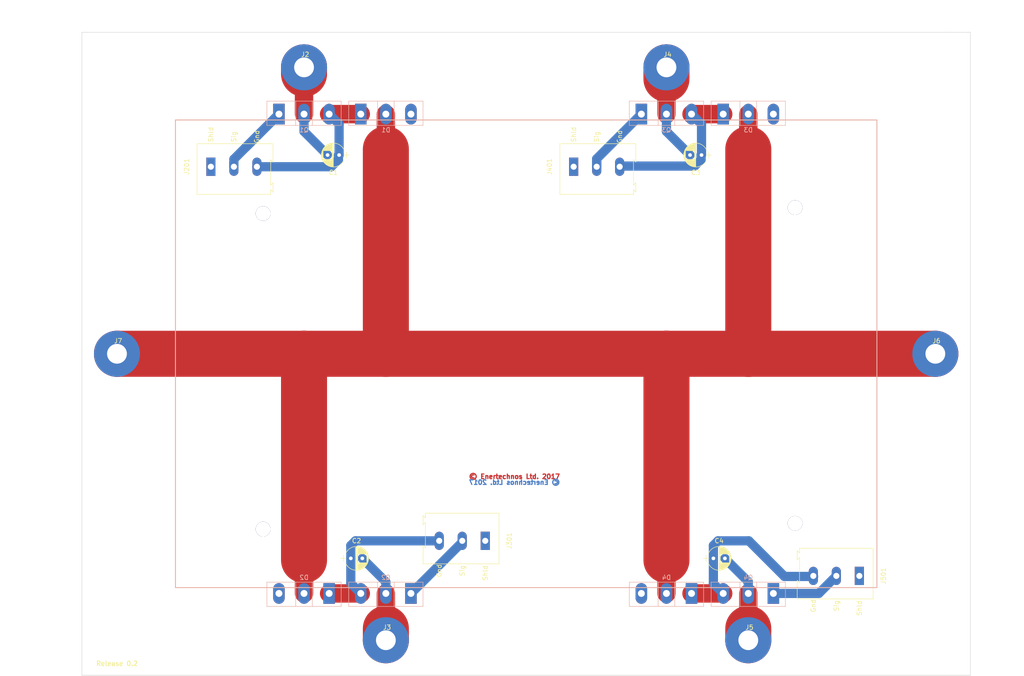
<source format=kicad_pcb>
(kicad_pcb (version 4) (host pcbnew 4.0.7)

  (general
    (links 0)
    (no_connects 0)
    (area 27.889999 20.269999 221.030001 160.070001)
    (thickness 1.6)
    (drawings 56)
    (tracks 71)
    (zones 0)
    (modules 26)
    (nets 14)
  )

  (page A4)
  (title_block
    (title "Power Module (Power Board)")
    (date 2018-01-04)
    (rev "Release 0.1")
    (company "Enertechnos Ltd.")
    (comment 1 "APPROVED for Prototype")
  )

  (layers
    (0 F.Cu mixed)
    (31 B.Cu power)
    (32 B.Adhes user hide)
    (33 F.Adhes user hide)
    (34 B.Paste user hide)
    (35 F.Paste user hide)
    (36 B.SilkS user)
    (37 F.SilkS user)
    (38 B.Mask user)
    (39 F.Mask user)
    (40 Dwgs.User user)
    (41 Cmts.User user hide)
    (42 Eco1.User user hide)
    (43 Eco2.User user hide)
    (44 Edge.Cuts user)
    (45 Margin user hide)
    (46 B.CrtYd user)
    (47 F.CrtYd user)
    (48 B.Fab user hide)
    (49 F.Fab user hide)
  )

  (setup
    (last_trace_width 2)
    (trace_clearance 0.4)
    (zone_clearance 0.508)
    (zone_45_only no)
    (trace_min 0.2)
    (segment_width 0.2)
    (edge_width 0.1)
    (via_size 1.5)
    (via_drill 1)
    (via_min_size 0.4)
    (via_min_drill 0.3)
    (uvia_size 1)
    (uvia_drill 0.5)
    (uvias_allowed no)
    (uvia_min_size 0.2)
    (uvia_min_drill 0.1)
    (pcb_text_width 0.3)
    (pcb_text_size 1.5 1.5)
    (mod_edge_width 0.15)
    (mod_text_size 1 1)
    (mod_text_width 0.15)
    (pad_size 1.5 1.5)
    (pad_drill 0.6)
    (pad_to_mask_clearance 0)
    (aux_axis_origin 27.94 160.02)
    (visible_elements 7FFFEF7F)
    (pcbplotparams
      (layerselection 0x010f0_80000001)
      (usegerberextensions false)
      (excludeedgelayer true)
      (linewidth 0.100000)
      (plotframeref false)
      (viasonmask false)
      (mode 1)
      (useauxorigin true)
      (hpglpennumber 1)
      (hpglpenspeed 20)
      (hpglpendiameter 15)
      (hpglpenoverlay 2)
      (psnegative false)
      (psa4output false)
      (plotreference true)
      (plotvalue true)
      (plotinvisibletext false)
      (padsonsilk false)
      (subtractmaskfromsilk false)
      (outputformat 1)
      (mirror false)
      (drillshape 0)
      (scaleselection 1)
      (outputdirectory Plot/))
  )

  (net 0 "")
  (net 1 GND_ISO_1)
  (net 2 "Net-(C1-Pad2)")
  (net 3 GND_ISO_2)
  (net 4 "Net-(C2-Pad2)")
  (net 5 GND_ISO_3)
  (net 6 "Net-(C3-Pad2)")
  (net 7 GND_ISO_4)
  (net 8 "Net-(C4-Pad2)")
  (net 9 "/SinglePowerSwitch 1/PWR_OUT")
  (net 10 DRV_GATE_1)
  (net 11 DRV_GATE_2)
  (net 12 DRV_GATE_3)
  (net 13 DRV_GATE_4)

  (net_class Default "This is the default net class."
    (clearance 0.4)
    (trace_width 2)
    (via_dia 1.5)
    (via_drill 1)
    (uvia_dia 1)
    (uvia_drill 0.5)
    (add_net "/SinglePowerSwitch 1/PWR_OUT")
    (add_net DRV_GATE_1)
    (add_net DRV_GATE_2)
    (add_net DRV_GATE_3)
    (add_net DRV_GATE_4)
    (add_net GND_ISO_1)
    (add_net GND_ISO_2)
    (add_net GND_ISO_3)
    (add_net GND_ISO_4)
    (add_net "Net-(C1-Pad2)")
    (add_net "Net-(C2-Pad2)")
    (add_net "Net-(C3-Pad2)")
    (add_net "Net-(C4-Pad2)")
  )

  (module PartsLibraries:MountingHole_M3 (layer F.Cu) (tedit 5AC5E77E) (tstamp 5AC5FD16)
    (at 182.88 127)
    (descr "module 1 pin (ou trou mecanique de percage)")
    (tags DEV)
    (fp_text reference Ref** (at 0 -3.048) (layer F.SilkS) hide
      (effects (font (size 1 1) (thickness 0.15)))
    )
    (fp_text value Mount (at 0 3) (layer F.Fab) hide
      (effects (font (size 1 1) (thickness 0.15)))
    )
    (pad 1 thru_hole circle (at 0 0) (size 3.2 3.2) (drill 3.2) (layers *.Cu)
      (clearance 1) (zone_connect 2))
  )

  (module PartsLibraries:MountingHole_M3 (layer F.Cu) (tedit 5AC5E77E) (tstamp 5AC5FD10)
    (at 67.31 128.27)
    (descr "module 1 pin (ou trou mecanique de percage)")
    (tags DEV)
    (fp_text reference Ref** (at 0 -3.048) (layer F.SilkS) hide
      (effects (font (size 1 1) (thickness 0.15)))
    )
    (fp_text value Mount (at 0 3) (layer F.Fab) hide
      (effects (font (size 1 1) (thickness 0.15)))
    )
    (pad 1 thru_hole circle (at 0 0) (size 3.2 3.2) (drill 3.2) (layers *.Cu)
      (clearance 1) (zone_connect 2))
  )

  (module PartsLibraries:MountingHole_M3 (layer F.Cu) (tedit 5AC5E77E) (tstamp 5AC5FD0C)
    (at 182.88 58.42)
    (descr "module 1 pin (ou trou mecanique de percage)")
    (tags DEV)
    (fp_text reference Ref** (at 0 -3.048) (layer F.SilkS) hide
      (effects (font (size 1 1) (thickness 0.15)))
    )
    (fp_text value Mount (at 0 3) (layer F.Fab) hide
      (effects (font (size 1 1) (thickness 0.15)))
    )
    (pad 1 thru_hole circle (at 0 0) (size 3.2 3.2) (drill 3.2) (layers *.Cu)
      (clearance 1) (zone_connect 2))
  )

  (module PartsLibraries:CP_Radial_D5.0mm_P2.50mm (layer F.Cu) (tedit 597BC7C2) (tstamp 59AF07A7)
    (at 86.36 134.62)
    (descr "CP, Radial series, Radial, pin pitch=2.50mm, , diameter=5mm, Electrolytic Capacitor")
    (tags "CP Radial series Radial pin pitch 2.50mm  diameter 5mm Electrolytic Capacitor")
    (path /59AEEDCB/59AEE01D)
    (fp_text reference C2 (at 1.25 -3.81) (layer F.SilkS)
      (effects (font (size 1 1) (thickness 0.15)))
    )
    (fp_text value C (at 1.25 3.81) (layer F.Fab)
      (effects (font (size 1 1) (thickness 0.15)))
    )
    (fp_arc (start 1.25 0) (end -1.05558 -1.18) (angle 125.8) (layer F.SilkS) (width 0.12))
    (fp_arc (start 1.25 0) (end -1.05558 1.18) (angle -125.8) (layer F.SilkS) (width 0.12))
    (fp_arc (start 1.25 0) (end 3.55558 -1.18) (angle 54.2) (layer F.SilkS) (width 0.12))
    (fp_circle (center 1.25 0) (end 3.75 0) (layer F.Fab) (width 0.1))
    (fp_line (start -2.2 0) (end -1 0) (layer F.Fab) (width 0.1))
    (fp_line (start -1.6 -0.65) (end -1.6 0.65) (layer F.Fab) (width 0.1))
    (fp_line (start 1.25 -2.55) (end 1.25 2.55) (layer F.SilkS) (width 0.12))
    (fp_line (start 1.29 -2.55) (end 1.29 2.55) (layer F.SilkS) (width 0.12))
    (fp_line (start 1.33 -2.549) (end 1.33 2.549) (layer F.SilkS) (width 0.12))
    (fp_line (start 1.37 -2.548) (end 1.37 2.548) (layer F.SilkS) (width 0.12))
    (fp_line (start 1.41 -2.546) (end 1.41 2.546) (layer F.SilkS) (width 0.12))
    (fp_line (start 1.45 -2.543) (end 1.45 2.543) (layer F.SilkS) (width 0.12))
    (fp_line (start 1.49 -2.539) (end 1.49 2.539) (layer F.SilkS) (width 0.12))
    (fp_line (start 1.53 -2.535) (end 1.53 -0.98) (layer F.SilkS) (width 0.12))
    (fp_line (start 1.53 0.98) (end 1.53 2.535) (layer F.SilkS) (width 0.12))
    (fp_line (start 1.57 -2.531) (end 1.57 -0.98) (layer F.SilkS) (width 0.12))
    (fp_line (start 1.57 0.98) (end 1.57 2.531) (layer F.SilkS) (width 0.12))
    (fp_line (start 1.61 -2.525) (end 1.61 -0.98) (layer F.SilkS) (width 0.12))
    (fp_line (start 1.61 0.98) (end 1.61 2.525) (layer F.SilkS) (width 0.12))
    (fp_line (start 1.65 -2.519) (end 1.65 -0.98) (layer F.SilkS) (width 0.12))
    (fp_line (start 1.65 0.98) (end 1.65 2.519) (layer F.SilkS) (width 0.12))
    (fp_line (start 1.69 -2.513) (end 1.69 -0.98) (layer F.SilkS) (width 0.12))
    (fp_line (start 1.69 0.98) (end 1.69 2.513) (layer F.SilkS) (width 0.12))
    (fp_line (start 1.73 -2.506) (end 1.73 -0.98) (layer F.SilkS) (width 0.12))
    (fp_line (start 1.73 0.98) (end 1.73 2.506) (layer F.SilkS) (width 0.12))
    (fp_line (start 1.77 -2.498) (end 1.77 -0.98) (layer F.SilkS) (width 0.12))
    (fp_line (start 1.77 0.98) (end 1.77 2.498) (layer F.SilkS) (width 0.12))
    (fp_line (start 1.81 -2.489) (end 1.81 -0.98) (layer F.SilkS) (width 0.12))
    (fp_line (start 1.81 0.98) (end 1.81 2.489) (layer F.SilkS) (width 0.12))
    (fp_line (start 1.85 -2.48) (end 1.85 -0.98) (layer F.SilkS) (width 0.12))
    (fp_line (start 1.85 0.98) (end 1.85 2.48) (layer F.SilkS) (width 0.12))
    (fp_line (start 1.89 -2.47) (end 1.89 -0.98) (layer F.SilkS) (width 0.12))
    (fp_line (start 1.89 0.98) (end 1.89 2.47) (layer F.SilkS) (width 0.12))
    (fp_line (start 1.93 -2.46) (end 1.93 -0.98) (layer F.SilkS) (width 0.12))
    (fp_line (start 1.93 0.98) (end 1.93 2.46) (layer F.SilkS) (width 0.12))
    (fp_line (start 1.971 -2.448) (end 1.971 -0.98) (layer F.SilkS) (width 0.12))
    (fp_line (start 1.971 0.98) (end 1.971 2.448) (layer F.SilkS) (width 0.12))
    (fp_line (start 2.011 -2.436) (end 2.011 -0.98) (layer F.SilkS) (width 0.12))
    (fp_line (start 2.011 0.98) (end 2.011 2.436) (layer F.SilkS) (width 0.12))
    (fp_line (start 2.051 -2.424) (end 2.051 -0.98) (layer F.SilkS) (width 0.12))
    (fp_line (start 2.051 0.98) (end 2.051 2.424) (layer F.SilkS) (width 0.12))
    (fp_line (start 2.091 -2.41) (end 2.091 -0.98) (layer F.SilkS) (width 0.12))
    (fp_line (start 2.091 0.98) (end 2.091 2.41) (layer F.SilkS) (width 0.12))
    (fp_line (start 2.131 -2.396) (end 2.131 -0.98) (layer F.SilkS) (width 0.12))
    (fp_line (start 2.131 0.98) (end 2.131 2.396) (layer F.SilkS) (width 0.12))
    (fp_line (start 2.171 -2.382) (end 2.171 -0.98) (layer F.SilkS) (width 0.12))
    (fp_line (start 2.171 0.98) (end 2.171 2.382) (layer F.SilkS) (width 0.12))
    (fp_line (start 2.211 -2.366) (end 2.211 -0.98) (layer F.SilkS) (width 0.12))
    (fp_line (start 2.211 0.98) (end 2.211 2.366) (layer F.SilkS) (width 0.12))
    (fp_line (start 2.251 -2.35) (end 2.251 -0.98) (layer F.SilkS) (width 0.12))
    (fp_line (start 2.251 0.98) (end 2.251 2.35) (layer F.SilkS) (width 0.12))
    (fp_line (start 2.291 -2.333) (end 2.291 -0.98) (layer F.SilkS) (width 0.12))
    (fp_line (start 2.291 0.98) (end 2.291 2.333) (layer F.SilkS) (width 0.12))
    (fp_line (start 2.331 -2.315) (end 2.331 -0.98) (layer F.SilkS) (width 0.12))
    (fp_line (start 2.331 0.98) (end 2.331 2.315) (layer F.SilkS) (width 0.12))
    (fp_line (start 2.371 -2.296) (end 2.371 -0.98) (layer F.SilkS) (width 0.12))
    (fp_line (start 2.371 0.98) (end 2.371 2.296) (layer F.SilkS) (width 0.12))
    (fp_line (start 2.411 -2.276) (end 2.411 -0.98) (layer F.SilkS) (width 0.12))
    (fp_line (start 2.411 0.98) (end 2.411 2.276) (layer F.SilkS) (width 0.12))
    (fp_line (start 2.451 -2.256) (end 2.451 -0.98) (layer F.SilkS) (width 0.12))
    (fp_line (start 2.451 0.98) (end 2.451 2.256) (layer F.SilkS) (width 0.12))
    (fp_line (start 2.491 -2.234) (end 2.491 -0.98) (layer F.SilkS) (width 0.12))
    (fp_line (start 2.491 0.98) (end 2.491 2.234) (layer F.SilkS) (width 0.12))
    (fp_line (start 2.531 -2.212) (end 2.531 -0.98) (layer F.SilkS) (width 0.12))
    (fp_line (start 2.531 0.98) (end 2.531 2.212) (layer F.SilkS) (width 0.12))
    (fp_line (start 2.571 -2.189) (end 2.571 -0.98) (layer F.SilkS) (width 0.12))
    (fp_line (start 2.571 0.98) (end 2.571 2.189) (layer F.SilkS) (width 0.12))
    (fp_line (start 2.611 -2.165) (end 2.611 -0.98) (layer F.SilkS) (width 0.12))
    (fp_line (start 2.611 0.98) (end 2.611 2.165) (layer F.SilkS) (width 0.12))
    (fp_line (start 2.651 -2.14) (end 2.651 -0.98) (layer F.SilkS) (width 0.12))
    (fp_line (start 2.651 0.98) (end 2.651 2.14) (layer F.SilkS) (width 0.12))
    (fp_line (start 2.691 -2.113) (end 2.691 -0.98) (layer F.SilkS) (width 0.12))
    (fp_line (start 2.691 0.98) (end 2.691 2.113) (layer F.SilkS) (width 0.12))
    (fp_line (start 2.731 -2.086) (end 2.731 -0.98) (layer F.SilkS) (width 0.12))
    (fp_line (start 2.731 0.98) (end 2.731 2.086) (layer F.SilkS) (width 0.12))
    (fp_line (start 2.771 -2.058) (end 2.771 -0.98) (layer F.SilkS) (width 0.12))
    (fp_line (start 2.771 0.98) (end 2.771 2.058) (layer F.SilkS) (width 0.12))
    (fp_line (start 2.811 -2.028) (end 2.811 -0.98) (layer F.SilkS) (width 0.12))
    (fp_line (start 2.811 0.98) (end 2.811 2.028) (layer F.SilkS) (width 0.12))
    (fp_line (start 2.851 -1.997) (end 2.851 -0.98) (layer F.SilkS) (width 0.12))
    (fp_line (start 2.851 0.98) (end 2.851 1.997) (layer F.SilkS) (width 0.12))
    (fp_line (start 2.891 -1.965) (end 2.891 -0.98) (layer F.SilkS) (width 0.12))
    (fp_line (start 2.891 0.98) (end 2.891 1.965) (layer F.SilkS) (width 0.12))
    (fp_line (start 2.931 -1.932) (end 2.931 -0.98) (layer F.SilkS) (width 0.12))
    (fp_line (start 2.931 0.98) (end 2.931 1.932) (layer F.SilkS) (width 0.12))
    (fp_line (start 2.971 -1.897) (end 2.971 -0.98) (layer F.SilkS) (width 0.12))
    (fp_line (start 2.971 0.98) (end 2.971 1.897) (layer F.SilkS) (width 0.12))
    (fp_line (start 3.011 -1.861) (end 3.011 -0.98) (layer F.SilkS) (width 0.12))
    (fp_line (start 3.011 0.98) (end 3.011 1.861) (layer F.SilkS) (width 0.12))
    (fp_line (start 3.051 -1.823) (end 3.051 -0.98) (layer F.SilkS) (width 0.12))
    (fp_line (start 3.051 0.98) (end 3.051 1.823) (layer F.SilkS) (width 0.12))
    (fp_line (start 3.091 -1.783) (end 3.091 -0.98) (layer F.SilkS) (width 0.12))
    (fp_line (start 3.091 0.98) (end 3.091 1.783) (layer F.SilkS) (width 0.12))
    (fp_line (start 3.131 -1.742) (end 3.131 -0.98) (layer F.SilkS) (width 0.12))
    (fp_line (start 3.131 0.98) (end 3.131 1.742) (layer F.SilkS) (width 0.12))
    (fp_line (start 3.171 -1.699) (end 3.171 -0.98) (layer F.SilkS) (width 0.12))
    (fp_line (start 3.171 0.98) (end 3.171 1.699) (layer F.SilkS) (width 0.12))
    (fp_line (start 3.211 -1.654) (end 3.211 -0.98) (layer F.SilkS) (width 0.12))
    (fp_line (start 3.211 0.98) (end 3.211 1.654) (layer F.SilkS) (width 0.12))
    (fp_line (start 3.251 -1.606) (end 3.251 -0.98) (layer F.SilkS) (width 0.12))
    (fp_line (start 3.251 0.98) (end 3.251 1.606) (layer F.SilkS) (width 0.12))
    (fp_line (start 3.291 -1.556) (end 3.291 -0.98) (layer F.SilkS) (width 0.12))
    (fp_line (start 3.291 0.98) (end 3.291 1.556) (layer F.SilkS) (width 0.12))
    (fp_line (start 3.331 -1.504) (end 3.331 -0.98) (layer F.SilkS) (width 0.12))
    (fp_line (start 3.331 0.98) (end 3.331 1.504) (layer F.SilkS) (width 0.12))
    (fp_line (start 3.371 -1.448) (end 3.371 -0.98) (layer F.SilkS) (width 0.12))
    (fp_line (start 3.371 0.98) (end 3.371 1.448) (layer F.SilkS) (width 0.12))
    (fp_line (start 3.411 -1.39) (end 3.411 -0.98) (layer F.SilkS) (width 0.12))
    (fp_line (start 3.411 0.98) (end 3.411 1.39) (layer F.SilkS) (width 0.12))
    (fp_line (start 3.451 -1.327) (end 3.451 -0.98) (layer F.SilkS) (width 0.12))
    (fp_line (start 3.451 0.98) (end 3.451 1.327) (layer F.SilkS) (width 0.12))
    (fp_line (start 3.491 -1.261) (end 3.491 1.261) (layer F.SilkS) (width 0.12))
    (fp_line (start 3.531 -1.189) (end 3.531 1.189) (layer F.SilkS) (width 0.12))
    (fp_line (start 3.571 -1.112) (end 3.571 1.112) (layer F.SilkS) (width 0.12))
    (fp_line (start 3.611 -1.028) (end 3.611 1.028) (layer F.SilkS) (width 0.12))
    (fp_line (start 3.651 -0.934) (end 3.651 0.934) (layer F.SilkS) (width 0.12))
    (fp_line (start 3.691 -0.829) (end 3.691 0.829) (layer F.SilkS) (width 0.12))
    (fp_line (start 3.731 -0.707) (end 3.731 0.707) (layer F.SilkS) (width 0.12))
    (fp_line (start 3.771 -0.559) (end 3.771 0.559) (layer F.SilkS) (width 0.12))
    (fp_line (start 3.811 -0.354) (end 3.811 0.354) (layer F.SilkS) (width 0.12))
    (fp_line (start -2.2 0) (end -1 0) (layer F.SilkS) (width 0.12))
    (fp_line (start -1.6 -0.65) (end -1.6 0.65) (layer F.SilkS) (width 0.12))
    (fp_line (start -1.6 -2.85) (end -1.6 2.85) (layer F.CrtYd) (width 0.05))
    (fp_line (start -1.6 2.85) (end 4.1 2.85) (layer F.CrtYd) (width 0.05))
    (fp_line (start 4.1 2.85) (end 4.1 -2.85) (layer F.CrtYd) (width 0.05))
    (fp_line (start 4.1 -2.85) (end -1.6 -2.85) (layer F.CrtYd) (width 0.05))
    (fp_text user %R (at 1.25 0) (layer F.Fab)
      (effects (font (size 1 1) (thickness 0.15)))
    )
    (pad 1 thru_hole rect (at 0 0) (size 1.6 1.6) (drill 0.8) (layers *.Cu *.Mask)
      (net 3 GND_ISO_2))
    (pad 2 thru_hole circle (at 2.5 0) (size 1.6 1.6) (drill 0.8) (layers *.Cu *.Mask)
      (net 4 "Net-(C2-Pad2)"))
    (model ${KISYS3DMOD}/Capacitors_THT.3dshapes/CP_Radial_D5.0mm_P2.50mm.wrl
      (at (xyz 0 0 0))
      (scale (xyz 1 1 1))
      (rotate (xyz 0 0 0))
    )
  )

  (module PartsLibraries:CP_Radial_D5.0mm_P2.50mm (layer F.Cu) (tedit 597BC7C2) (tstamp 59AF0722)
    (at 83.82 46.99 180)
    (descr "CP, Radial series, Radial, pin pitch=2.50mm, , diameter=5mm, Electrolytic Capacitor")
    (tags "CP Radial series Radial pin pitch 2.50mm  diameter 5mm Electrolytic Capacitor")
    (path /59AEDD49/59AEE01D)
    (fp_text reference C1 (at 1.25 -3.81 180) (layer F.SilkS)
      (effects (font (size 1 1) (thickness 0.15)))
    )
    (fp_text value C (at 1.25 3.81 180) (layer F.Fab)
      (effects (font (size 1 1) (thickness 0.15)))
    )
    (fp_arc (start 1.25 0) (end -1.05558 -1.18) (angle 125.8) (layer F.SilkS) (width 0.12))
    (fp_arc (start 1.25 0) (end -1.05558 1.18) (angle -125.8) (layer F.SilkS) (width 0.12))
    (fp_arc (start 1.25 0) (end 3.55558 -1.18) (angle 54.2) (layer F.SilkS) (width 0.12))
    (fp_circle (center 1.25 0) (end 3.75 0) (layer F.Fab) (width 0.1))
    (fp_line (start -2.2 0) (end -1 0) (layer F.Fab) (width 0.1))
    (fp_line (start -1.6 -0.65) (end -1.6 0.65) (layer F.Fab) (width 0.1))
    (fp_line (start 1.25 -2.55) (end 1.25 2.55) (layer F.SilkS) (width 0.12))
    (fp_line (start 1.29 -2.55) (end 1.29 2.55) (layer F.SilkS) (width 0.12))
    (fp_line (start 1.33 -2.549) (end 1.33 2.549) (layer F.SilkS) (width 0.12))
    (fp_line (start 1.37 -2.548) (end 1.37 2.548) (layer F.SilkS) (width 0.12))
    (fp_line (start 1.41 -2.546) (end 1.41 2.546) (layer F.SilkS) (width 0.12))
    (fp_line (start 1.45 -2.543) (end 1.45 2.543) (layer F.SilkS) (width 0.12))
    (fp_line (start 1.49 -2.539) (end 1.49 2.539) (layer F.SilkS) (width 0.12))
    (fp_line (start 1.53 -2.535) (end 1.53 -0.98) (layer F.SilkS) (width 0.12))
    (fp_line (start 1.53 0.98) (end 1.53 2.535) (layer F.SilkS) (width 0.12))
    (fp_line (start 1.57 -2.531) (end 1.57 -0.98) (layer F.SilkS) (width 0.12))
    (fp_line (start 1.57 0.98) (end 1.57 2.531) (layer F.SilkS) (width 0.12))
    (fp_line (start 1.61 -2.525) (end 1.61 -0.98) (layer F.SilkS) (width 0.12))
    (fp_line (start 1.61 0.98) (end 1.61 2.525) (layer F.SilkS) (width 0.12))
    (fp_line (start 1.65 -2.519) (end 1.65 -0.98) (layer F.SilkS) (width 0.12))
    (fp_line (start 1.65 0.98) (end 1.65 2.519) (layer F.SilkS) (width 0.12))
    (fp_line (start 1.69 -2.513) (end 1.69 -0.98) (layer F.SilkS) (width 0.12))
    (fp_line (start 1.69 0.98) (end 1.69 2.513) (layer F.SilkS) (width 0.12))
    (fp_line (start 1.73 -2.506) (end 1.73 -0.98) (layer F.SilkS) (width 0.12))
    (fp_line (start 1.73 0.98) (end 1.73 2.506) (layer F.SilkS) (width 0.12))
    (fp_line (start 1.77 -2.498) (end 1.77 -0.98) (layer F.SilkS) (width 0.12))
    (fp_line (start 1.77 0.98) (end 1.77 2.498) (layer F.SilkS) (width 0.12))
    (fp_line (start 1.81 -2.489) (end 1.81 -0.98) (layer F.SilkS) (width 0.12))
    (fp_line (start 1.81 0.98) (end 1.81 2.489) (layer F.SilkS) (width 0.12))
    (fp_line (start 1.85 -2.48) (end 1.85 -0.98) (layer F.SilkS) (width 0.12))
    (fp_line (start 1.85 0.98) (end 1.85 2.48) (layer F.SilkS) (width 0.12))
    (fp_line (start 1.89 -2.47) (end 1.89 -0.98) (layer F.SilkS) (width 0.12))
    (fp_line (start 1.89 0.98) (end 1.89 2.47) (layer F.SilkS) (width 0.12))
    (fp_line (start 1.93 -2.46) (end 1.93 -0.98) (layer F.SilkS) (width 0.12))
    (fp_line (start 1.93 0.98) (end 1.93 2.46) (layer F.SilkS) (width 0.12))
    (fp_line (start 1.971 -2.448) (end 1.971 -0.98) (layer F.SilkS) (width 0.12))
    (fp_line (start 1.971 0.98) (end 1.971 2.448) (layer F.SilkS) (width 0.12))
    (fp_line (start 2.011 -2.436) (end 2.011 -0.98) (layer F.SilkS) (width 0.12))
    (fp_line (start 2.011 0.98) (end 2.011 2.436) (layer F.SilkS) (width 0.12))
    (fp_line (start 2.051 -2.424) (end 2.051 -0.98) (layer F.SilkS) (width 0.12))
    (fp_line (start 2.051 0.98) (end 2.051 2.424) (layer F.SilkS) (width 0.12))
    (fp_line (start 2.091 -2.41) (end 2.091 -0.98) (layer F.SilkS) (width 0.12))
    (fp_line (start 2.091 0.98) (end 2.091 2.41) (layer F.SilkS) (width 0.12))
    (fp_line (start 2.131 -2.396) (end 2.131 -0.98) (layer F.SilkS) (width 0.12))
    (fp_line (start 2.131 0.98) (end 2.131 2.396) (layer F.SilkS) (width 0.12))
    (fp_line (start 2.171 -2.382) (end 2.171 -0.98) (layer F.SilkS) (width 0.12))
    (fp_line (start 2.171 0.98) (end 2.171 2.382) (layer F.SilkS) (width 0.12))
    (fp_line (start 2.211 -2.366) (end 2.211 -0.98) (layer F.SilkS) (width 0.12))
    (fp_line (start 2.211 0.98) (end 2.211 2.366) (layer F.SilkS) (width 0.12))
    (fp_line (start 2.251 -2.35) (end 2.251 -0.98) (layer F.SilkS) (width 0.12))
    (fp_line (start 2.251 0.98) (end 2.251 2.35) (layer F.SilkS) (width 0.12))
    (fp_line (start 2.291 -2.333) (end 2.291 -0.98) (layer F.SilkS) (width 0.12))
    (fp_line (start 2.291 0.98) (end 2.291 2.333) (layer F.SilkS) (width 0.12))
    (fp_line (start 2.331 -2.315) (end 2.331 -0.98) (layer F.SilkS) (width 0.12))
    (fp_line (start 2.331 0.98) (end 2.331 2.315) (layer F.SilkS) (width 0.12))
    (fp_line (start 2.371 -2.296) (end 2.371 -0.98) (layer F.SilkS) (width 0.12))
    (fp_line (start 2.371 0.98) (end 2.371 2.296) (layer F.SilkS) (width 0.12))
    (fp_line (start 2.411 -2.276) (end 2.411 -0.98) (layer F.SilkS) (width 0.12))
    (fp_line (start 2.411 0.98) (end 2.411 2.276) (layer F.SilkS) (width 0.12))
    (fp_line (start 2.451 -2.256) (end 2.451 -0.98) (layer F.SilkS) (width 0.12))
    (fp_line (start 2.451 0.98) (end 2.451 2.256) (layer F.SilkS) (width 0.12))
    (fp_line (start 2.491 -2.234) (end 2.491 -0.98) (layer F.SilkS) (width 0.12))
    (fp_line (start 2.491 0.98) (end 2.491 2.234) (layer F.SilkS) (width 0.12))
    (fp_line (start 2.531 -2.212) (end 2.531 -0.98) (layer F.SilkS) (width 0.12))
    (fp_line (start 2.531 0.98) (end 2.531 2.212) (layer F.SilkS) (width 0.12))
    (fp_line (start 2.571 -2.189) (end 2.571 -0.98) (layer F.SilkS) (width 0.12))
    (fp_line (start 2.571 0.98) (end 2.571 2.189) (layer F.SilkS) (width 0.12))
    (fp_line (start 2.611 -2.165) (end 2.611 -0.98) (layer F.SilkS) (width 0.12))
    (fp_line (start 2.611 0.98) (end 2.611 2.165) (layer F.SilkS) (width 0.12))
    (fp_line (start 2.651 -2.14) (end 2.651 -0.98) (layer F.SilkS) (width 0.12))
    (fp_line (start 2.651 0.98) (end 2.651 2.14) (layer F.SilkS) (width 0.12))
    (fp_line (start 2.691 -2.113) (end 2.691 -0.98) (layer F.SilkS) (width 0.12))
    (fp_line (start 2.691 0.98) (end 2.691 2.113) (layer F.SilkS) (width 0.12))
    (fp_line (start 2.731 -2.086) (end 2.731 -0.98) (layer F.SilkS) (width 0.12))
    (fp_line (start 2.731 0.98) (end 2.731 2.086) (layer F.SilkS) (width 0.12))
    (fp_line (start 2.771 -2.058) (end 2.771 -0.98) (layer F.SilkS) (width 0.12))
    (fp_line (start 2.771 0.98) (end 2.771 2.058) (layer F.SilkS) (width 0.12))
    (fp_line (start 2.811 -2.028) (end 2.811 -0.98) (layer F.SilkS) (width 0.12))
    (fp_line (start 2.811 0.98) (end 2.811 2.028) (layer F.SilkS) (width 0.12))
    (fp_line (start 2.851 -1.997) (end 2.851 -0.98) (layer F.SilkS) (width 0.12))
    (fp_line (start 2.851 0.98) (end 2.851 1.997) (layer F.SilkS) (width 0.12))
    (fp_line (start 2.891 -1.965) (end 2.891 -0.98) (layer F.SilkS) (width 0.12))
    (fp_line (start 2.891 0.98) (end 2.891 1.965) (layer F.SilkS) (width 0.12))
    (fp_line (start 2.931 -1.932) (end 2.931 -0.98) (layer F.SilkS) (width 0.12))
    (fp_line (start 2.931 0.98) (end 2.931 1.932) (layer F.SilkS) (width 0.12))
    (fp_line (start 2.971 -1.897) (end 2.971 -0.98) (layer F.SilkS) (width 0.12))
    (fp_line (start 2.971 0.98) (end 2.971 1.897) (layer F.SilkS) (width 0.12))
    (fp_line (start 3.011 -1.861) (end 3.011 -0.98) (layer F.SilkS) (width 0.12))
    (fp_line (start 3.011 0.98) (end 3.011 1.861) (layer F.SilkS) (width 0.12))
    (fp_line (start 3.051 -1.823) (end 3.051 -0.98) (layer F.SilkS) (width 0.12))
    (fp_line (start 3.051 0.98) (end 3.051 1.823) (layer F.SilkS) (width 0.12))
    (fp_line (start 3.091 -1.783) (end 3.091 -0.98) (layer F.SilkS) (width 0.12))
    (fp_line (start 3.091 0.98) (end 3.091 1.783) (layer F.SilkS) (width 0.12))
    (fp_line (start 3.131 -1.742) (end 3.131 -0.98) (layer F.SilkS) (width 0.12))
    (fp_line (start 3.131 0.98) (end 3.131 1.742) (layer F.SilkS) (width 0.12))
    (fp_line (start 3.171 -1.699) (end 3.171 -0.98) (layer F.SilkS) (width 0.12))
    (fp_line (start 3.171 0.98) (end 3.171 1.699) (layer F.SilkS) (width 0.12))
    (fp_line (start 3.211 -1.654) (end 3.211 -0.98) (layer F.SilkS) (width 0.12))
    (fp_line (start 3.211 0.98) (end 3.211 1.654) (layer F.SilkS) (width 0.12))
    (fp_line (start 3.251 -1.606) (end 3.251 -0.98) (layer F.SilkS) (width 0.12))
    (fp_line (start 3.251 0.98) (end 3.251 1.606) (layer F.SilkS) (width 0.12))
    (fp_line (start 3.291 -1.556) (end 3.291 -0.98) (layer F.SilkS) (width 0.12))
    (fp_line (start 3.291 0.98) (end 3.291 1.556) (layer F.SilkS) (width 0.12))
    (fp_line (start 3.331 -1.504) (end 3.331 -0.98) (layer F.SilkS) (width 0.12))
    (fp_line (start 3.331 0.98) (end 3.331 1.504) (layer F.SilkS) (width 0.12))
    (fp_line (start 3.371 -1.448) (end 3.371 -0.98) (layer F.SilkS) (width 0.12))
    (fp_line (start 3.371 0.98) (end 3.371 1.448) (layer F.SilkS) (width 0.12))
    (fp_line (start 3.411 -1.39) (end 3.411 -0.98) (layer F.SilkS) (width 0.12))
    (fp_line (start 3.411 0.98) (end 3.411 1.39) (layer F.SilkS) (width 0.12))
    (fp_line (start 3.451 -1.327) (end 3.451 -0.98) (layer F.SilkS) (width 0.12))
    (fp_line (start 3.451 0.98) (end 3.451 1.327) (layer F.SilkS) (width 0.12))
    (fp_line (start 3.491 -1.261) (end 3.491 1.261) (layer F.SilkS) (width 0.12))
    (fp_line (start 3.531 -1.189) (end 3.531 1.189) (layer F.SilkS) (width 0.12))
    (fp_line (start 3.571 -1.112) (end 3.571 1.112) (layer F.SilkS) (width 0.12))
    (fp_line (start 3.611 -1.028) (end 3.611 1.028) (layer F.SilkS) (width 0.12))
    (fp_line (start 3.651 -0.934) (end 3.651 0.934) (layer F.SilkS) (width 0.12))
    (fp_line (start 3.691 -0.829) (end 3.691 0.829) (layer F.SilkS) (width 0.12))
    (fp_line (start 3.731 -0.707) (end 3.731 0.707) (layer F.SilkS) (width 0.12))
    (fp_line (start 3.771 -0.559) (end 3.771 0.559) (layer F.SilkS) (width 0.12))
    (fp_line (start 3.811 -0.354) (end 3.811 0.354) (layer F.SilkS) (width 0.12))
    (fp_line (start -2.2 0) (end -1 0) (layer F.SilkS) (width 0.12))
    (fp_line (start -1.6 -0.65) (end -1.6 0.65) (layer F.SilkS) (width 0.12))
    (fp_line (start -1.6 -2.85) (end -1.6 2.85) (layer F.CrtYd) (width 0.05))
    (fp_line (start -1.6 2.85) (end 4.1 2.85) (layer F.CrtYd) (width 0.05))
    (fp_line (start 4.1 2.85) (end 4.1 -2.85) (layer F.CrtYd) (width 0.05))
    (fp_line (start 4.1 -2.85) (end -1.6 -2.85) (layer F.CrtYd) (width 0.05))
    (fp_text user %R (at 1.25 0 180) (layer F.Fab)
      (effects (font (size 1 1) (thickness 0.15)))
    )
    (pad 1 thru_hole rect (at 0 0 180) (size 1.6 1.6) (drill 0.8) (layers *.Cu *.Mask)
      (net 1 GND_ISO_1))
    (pad 2 thru_hole circle (at 2.5 0 180) (size 1.6 1.6) (drill 0.8) (layers *.Cu *.Mask)
      (net 2 "Net-(C1-Pad2)"))
    (model ${KISYS3DMOD}/Capacitors_THT.3dshapes/CP_Radial_D5.0mm_P2.50mm.wrl
      (at (xyz 0 0 0))
      (scale (xyz 1 1 1))
      (rotate (xyz 0 0 0))
    )
  )

  (module PartsLibraries:CP_Radial_D5.0mm_P2.50mm (layer F.Cu) (tedit 597BC7C2) (tstamp 59AF082C)
    (at 162.56 46.99 180)
    (descr "CP, Radial series, Radial, pin pitch=2.50mm, , diameter=5mm, Electrolytic Capacitor")
    (tags "CP Radial series Radial pin pitch 2.50mm  diameter 5mm Electrolytic Capacitor")
    (path /59AEEFC6/59AEE01D)
    (fp_text reference C3 (at 1.25 -3.81 180) (layer F.SilkS)
      (effects (font (size 1 1) (thickness 0.15)))
    )
    (fp_text value C (at 1.25 3.81 180) (layer F.Fab)
      (effects (font (size 1 1) (thickness 0.15)))
    )
    (fp_arc (start 1.25 0) (end -1.05558 -1.18) (angle 125.8) (layer F.SilkS) (width 0.12))
    (fp_arc (start 1.25 0) (end -1.05558 1.18) (angle -125.8) (layer F.SilkS) (width 0.12))
    (fp_arc (start 1.25 0) (end 3.55558 -1.18) (angle 54.2) (layer F.SilkS) (width 0.12))
    (fp_circle (center 1.25 0) (end 3.75 0) (layer F.Fab) (width 0.1))
    (fp_line (start -2.2 0) (end -1 0) (layer F.Fab) (width 0.1))
    (fp_line (start -1.6 -0.65) (end -1.6 0.65) (layer F.Fab) (width 0.1))
    (fp_line (start 1.25 -2.55) (end 1.25 2.55) (layer F.SilkS) (width 0.12))
    (fp_line (start 1.29 -2.55) (end 1.29 2.55) (layer F.SilkS) (width 0.12))
    (fp_line (start 1.33 -2.549) (end 1.33 2.549) (layer F.SilkS) (width 0.12))
    (fp_line (start 1.37 -2.548) (end 1.37 2.548) (layer F.SilkS) (width 0.12))
    (fp_line (start 1.41 -2.546) (end 1.41 2.546) (layer F.SilkS) (width 0.12))
    (fp_line (start 1.45 -2.543) (end 1.45 2.543) (layer F.SilkS) (width 0.12))
    (fp_line (start 1.49 -2.539) (end 1.49 2.539) (layer F.SilkS) (width 0.12))
    (fp_line (start 1.53 -2.535) (end 1.53 -0.98) (layer F.SilkS) (width 0.12))
    (fp_line (start 1.53 0.98) (end 1.53 2.535) (layer F.SilkS) (width 0.12))
    (fp_line (start 1.57 -2.531) (end 1.57 -0.98) (layer F.SilkS) (width 0.12))
    (fp_line (start 1.57 0.98) (end 1.57 2.531) (layer F.SilkS) (width 0.12))
    (fp_line (start 1.61 -2.525) (end 1.61 -0.98) (layer F.SilkS) (width 0.12))
    (fp_line (start 1.61 0.98) (end 1.61 2.525) (layer F.SilkS) (width 0.12))
    (fp_line (start 1.65 -2.519) (end 1.65 -0.98) (layer F.SilkS) (width 0.12))
    (fp_line (start 1.65 0.98) (end 1.65 2.519) (layer F.SilkS) (width 0.12))
    (fp_line (start 1.69 -2.513) (end 1.69 -0.98) (layer F.SilkS) (width 0.12))
    (fp_line (start 1.69 0.98) (end 1.69 2.513) (layer F.SilkS) (width 0.12))
    (fp_line (start 1.73 -2.506) (end 1.73 -0.98) (layer F.SilkS) (width 0.12))
    (fp_line (start 1.73 0.98) (end 1.73 2.506) (layer F.SilkS) (width 0.12))
    (fp_line (start 1.77 -2.498) (end 1.77 -0.98) (layer F.SilkS) (width 0.12))
    (fp_line (start 1.77 0.98) (end 1.77 2.498) (layer F.SilkS) (width 0.12))
    (fp_line (start 1.81 -2.489) (end 1.81 -0.98) (layer F.SilkS) (width 0.12))
    (fp_line (start 1.81 0.98) (end 1.81 2.489) (layer F.SilkS) (width 0.12))
    (fp_line (start 1.85 -2.48) (end 1.85 -0.98) (layer F.SilkS) (width 0.12))
    (fp_line (start 1.85 0.98) (end 1.85 2.48) (layer F.SilkS) (width 0.12))
    (fp_line (start 1.89 -2.47) (end 1.89 -0.98) (layer F.SilkS) (width 0.12))
    (fp_line (start 1.89 0.98) (end 1.89 2.47) (layer F.SilkS) (width 0.12))
    (fp_line (start 1.93 -2.46) (end 1.93 -0.98) (layer F.SilkS) (width 0.12))
    (fp_line (start 1.93 0.98) (end 1.93 2.46) (layer F.SilkS) (width 0.12))
    (fp_line (start 1.971 -2.448) (end 1.971 -0.98) (layer F.SilkS) (width 0.12))
    (fp_line (start 1.971 0.98) (end 1.971 2.448) (layer F.SilkS) (width 0.12))
    (fp_line (start 2.011 -2.436) (end 2.011 -0.98) (layer F.SilkS) (width 0.12))
    (fp_line (start 2.011 0.98) (end 2.011 2.436) (layer F.SilkS) (width 0.12))
    (fp_line (start 2.051 -2.424) (end 2.051 -0.98) (layer F.SilkS) (width 0.12))
    (fp_line (start 2.051 0.98) (end 2.051 2.424) (layer F.SilkS) (width 0.12))
    (fp_line (start 2.091 -2.41) (end 2.091 -0.98) (layer F.SilkS) (width 0.12))
    (fp_line (start 2.091 0.98) (end 2.091 2.41) (layer F.SilkS) (width 0.12))
    (fp_line (start 2.131 -2.396) (end 2.131 -0.98) (layer F.SilkS) (width 0.12))
    (fp_line (start 2.131 0.98) (end 2.131 2.396) (layer F.SilkS) (width 0.12))
    (fp_line (start 2.171 -2.382) (end 2.171 -0.98) (layer F.SilkS) (width 0.12))
    (fp_line (start 2.171 0.98) (end 2.171 2.382) (layer F.SilkS) (width 0.12))
    (fp_line (start 2.211 -2.366) (end 2.211 -0.98) (layer F.SilkS) (width 0.12))
    (fp_line (start 2.211 0.98) (end 2.211 2.366) (layer F.SilkS) (width 0.12))
    (fp_line (start 2.251 -2.35) (end 2.251 -0.98) (layer F.SilkS) (width 0.12))
    (fp_line (start 2.251 0.98) (end 2.251 2.35) (layer F.SilkS) (width 0.12))
    (fp_line (start 2.291 -2.333) (end 2.291 -0.98) (layer F.SilkS) (width 0.12))
    (fp_line (start 2.291 0.98) (end 2.291 2.333) (layer F.SilkS) (width 0.12))
    (fp_line (start 2.331 -2.315) (end 2.331 -0.98) (layer F.SilkS) (width 0.12))
    (fp_line (start 2.331 0.98) (end 2.331 2.315) (layer F.SilkS) (width 0.12))
    (fp_line (start 2.371 -2.296) (end 2.371 -0.98) (layer F.SilkS) (width 0.12))
    (fp_line (start 2.371 0.98) (end 2.371 2.296) (layer F.SilkS) (width 0.12))
    (fp_line (start 2.411 -2.276) (end 2.411 -0.98) (layer F.SilkS) (width 0.12))
    (fp_line (start 2.411 0.98) (end 2.411 2.276) (layer F.SilkS) (width 0.12))
    (fp_line (start 2.451 -2.256) (end 2.451 -0.98) (layer F.SilkS) (width 0.12))
    (fp_line (start 2.451 0.98) (end 2.451 2.256) (layer F.SilkS) (width 0.12))
    (fp_line (start 2.491 -2.234) (end 2.491 -0.98) (layer F.SilkS) (width 0.12))
    (fp_line (start 2.491 0.98) (end 2.491 2.234) (layer F.SilkS) (width 0.12))
    (fp_line (start 2.531 -2.212) (end 2.531 -0.98) (layer F.SilkS) (width 0.12))
    (fp_line (start 2.531 0.98) (end 2.531 2.212) (layer F.SilkS) (width 0.12))
    (fp_line (start 2.571 -2.189) (end 2.571 -0.98) (layer F.SilkS) (width 0.12))
    (fp_line (start 2.571 0.98) (end 2.571 2.189) (layer F.SilkS) (width 0.12))
    (fp_line (start 2.611 -2.165) (end 2.611 -0.98) (layer F.SilkS) (width 0.12))
    (fp_line (start 2.611 0.98) (end 2.611 2.165) (layer F.SilkS) (width 0.12))
    (fp_line (start 2.651 -2.14) (end 2.651 -0.98) (layer F.SilkS) (width 0.12))
    (fp_line (start 2.651 0.98) (end 2.651 2.14) (layer F.SilkS) (width 0.12))
    (fp_line (start 2.691 -2.113) (end 2.691 -0.98) (layer F.SilkS) (width 0.12))
    (fp_line (start 2.691 0.98) (end 2.691 2.113) (layer F.SilkS) (width 0.12))
    (fp_line (start 2.731 -2.086) (end 2.731 -0.98) (layer F.SilkS) (width 0.12))
    (fp_line (start 2.731 0.98) (end 2.731 2.086) (layer F.SilkS) (width 0.12))
    (fp_line (start 2.771 -2.058) (end 2.771 -0.98) (layer F.SilkS) (width 0.12))
    (fp_line (start 2.771 0.98) (end 2.771 2.058) (layer F.SilkS) (width 0.12))
    (fp_line (start 2.811 -2.028) (end 2.811 -0.98) (layer F.SilkS) (width 0.12))
    (fp_line (start 2.811 0.98) (end 2.811 2.028) (layer F.SilkS) (width 0.12))
    (fp_line (start 2.851 -1.997) (end 2.851 -0.98) (layer F.SilkS) (width 0.12))
    (fp_line (start 2.851 0.98) (end 2.851 1.997) (layer F.SilkS) (width 0.12))
    (fp_line (start 2.891 -1.965) (end 2.891 -0.98) (layer F.SilkS) (width 0.12))
    (fp_line (start 2.891 0.98) (end 2.891 1.965) (layer F.SilkS) (width 0.12))
    (fp_line (start 2.931 -1.932) (end 2.931 -0.98) (layer F.SilkS) (width 0.12))
    (fp_line (start 2.931 0.98) (end 2.931 1.932) (layer F.SilkS) (width 0.12))
    (fp_line (start 2.971 -1.897) (end 2.971 -0.98) (layer F.SilkS) (width 0.12))
    (fp_line (start 2.971 0.98) (end 2.971 1.897) (layer F.SilkS) (width 0.12))
    (fp_line (start 3.011 -1.861) (end 3.011 -0.98) (layer F.SilkS) (width 0.12))
    (fp_line (start 3.011 0.98) (end 3.011 1.861) (layer F.SilkS) (width 0.12))
    (fp_line (start 3.051 -1.823) (end 3.051 -0.98) (layer F.SilkS) (width 0.12))
    (fp_line (start 3.051 0.98) (end 3.051 1.823) (layer F.SilkS) (width 0.12))
    (fp_line (start 3.091 -1.783) (end 3.091 -0.98) (layer F.SilkS) (width 0.12))
    (fp_line (start 3.091 0.98) (end 3.091 1.783) (layer F.SilkS) (width 0.12))
    (fp_line (start 3.131 -1.742) (end 3.131 -0.98) (layer F.SilkS) (width 0.12))
    (fp_line (start 3.131 0.98) (end 3.131 1.742) (layer F.SilkS) (width 0.12))
    (fp_line (start 3.171 -1.699) (end 3.171 -0.98) (layer F.SilkS) (width 0.12))
    (fp_line (start 3.171 0.98) (end 3.171 1.699) (layer F.SilkS) (width 0.12))
    (fp_line (start 3.211 -1.654) (end 3.211 -0.98) (layer F.SilkS) (width 0.12))
    (fp_line (start 3.211 0.98) (end 3.211 1.654) (layer F.SilkS) (width 0.12))
    (fp_line (start 3.251 -1.606) (end 3.251 -0.98) (layer F.SilkS) (width 0.12))
    (fp_line (start 3.251 0.98) (end 3.251 1.606) (layer F.SilkS) (width 0.12))
    (fp_line (start 3.291 -1.556) (end 3.291 -0.98) (layer F.SilkS) (width 0.12))
    (fp_line (start 3.291 0.98) (end 3.291 1.556) (layer F.SilkS) (width 0.12))
    (fp_line (start 3.331 -1.504) (end 3.331 -0.98) (layer F.SilkS) (width 0.12))
    (fp_line (start 3.331 0.98) (end 3.331 1.504) (layer F.SilkS) (width 0.12))
    (fp_line (start 3.371 -1.448) (end 3.371 -0.98) (layer F.SilkS) (width 0.12))
    (fp_line (start 3.371 0.98) (end 3.371 1.448) (layer F.SilkS) (width 0.12))
    (fp_line (start 3.411 -1.39) (end 3.411 -0.98) (layer F.SilkS) (width 0.12))
    (fp_line (start 3.411 0.98) (end 3.411 1.39) (layer F.SilkS) (width 0.12))
    (fp_line (start 3.451 -1.327) (end 3.451 -0.98) (layer F.SilkS) (width 0.12))
    (fp_line (start 3.451 0.98) (end 3.451 1.327) (layer F.SilkS) (width 0.12))
    (fp_line (start 3.491 -1.261) (end 3.491 1.261) (layer F.SilkS) (width 0.12))
    (fp_line (start 3.531 -1.189) (end 3.531 1.189) (layer F.SilkS) (width 0.12))
    (fp_line (start 3.571 -1.112) (end 3.571 1.112) (layer F.SilkS) (width 0.12))
    (fp_line (start 3.611 -1.028) (end 3.611 1.028) (layer F.SilkS) (width 0.12))
    (fp_line (start 3.651 -0.934) (end 3.651 0.934) (layer F.SilkS) (width 0.12))
    (fp_line (start 3.691 -0.829) (end 3.691 0.829) (layer F.SilkS) (width 0.12))
    (fp_line (start 3.731 -0.707) (end 3.731 0.707) (layer F.SilkS) (width 0.12))
    (fp_line (start 3.771 -0.559) (end 3.771 0.559) (layer F.SilkS) (width 0.12))
    (fp_line (start 3.811 -0.354) (end 3.811 0.354) (layer F.SilkS) (width 0.12))
    (fp_line (start -2.2 0) (end -1 0) (layer F.SilkS) (width 0.12))
    (fp_line (start -1.6 -0.65) (end -1.6 0.65) (layer F.SilkS) (width 0.12))
    (fp_line (start -1.6 -2.85) (end -1.6 2.85) (layer F.CrtYd) (width 0.05))
    (fp_line (start -1.6 2.85) (end 4.1 2.85) (layer F.CrtYd) (width 0.05))
    (fp_line (start 4.1 2.85) (end 4.1 -2.85) (layer F.CrtYd) (width 0.05))
    (fp_line (start 4.1 -2.85) (end -1.6 -2.85) (layer F.CrtYd) (width 0.05))
    (fp_text user %R (at 1.25 0 180) (layer F.Fab)
      (effects (font (size 1 1) (thickness 0.15)))
    )
    (pad 1 thru_hole rect (at 0 0 180) (size 1.6 1.6) (drill 0.8) (layers *.Cu *.Mask)
      (net 5 GND_ISO_3))
    (pad 2 thru_hole circle (at 2.5 0 180) (size 1.6 1.6) (drill 0.8) (layers *.Cu *.Mask)
      (net 6 "Net-(C3-Pad2)"))
    (model ${KISYS3DMOD}/Capacitors_THT.3dshapes/CP_Radial_D5.0mm_P2.50mm.wrl
      (at (xyz 0 0 0))
      (scale (xyz 1 1 1))
      (rotate (xyz 0 0 0))
    )
  )

  (module PartsLibraries:CP_Radial_D5.0mm_P2.50mm (layer F.Cu) (tedit 597BC7C2) (tstamp 59AF08B1)
    (at 165.14 134.62)
    (descr "CP, Radial series, Radial, pin pitch=2.50mm, , diameter=5mm, Electrolytic Capacitor")
    (tags "CP Radial series Radial pin pitch 2.50mm  diameter 5mm Electrolytic Capacitor")
    (path /59AEEFCD/59AEE01D)
    (fp_text reference C4 (at 1.25 -3.81) (layer F.SilkS)
      (effects (font (size 1 1) (thickness 0.15)))
    )
    (fp_text value C (at 1.25 3.81) (layer F.Fab)
      (effects (font (size 1 1) (thickness 0.15)))
    )
    (fp_arc (start 1.25 0) (end -1.05558 -1.18) (angle 125.8) (layer F.SilkS) (width 0.12))
    (fp_arc (start 1.25 0) (end -1.05558 1.18) (angle -125.8) (layer F.SilkS) (width 0.12))
    (fp_arc (start 1.25 0) (end 3.55558 -1.18) (angle 54.2) (layer F.SilkS) (width 0.12))
    (fp_circle (center 1.25 0) (end 3.75 0) (layer F.Fab) (width 0.1))
    (fp_line (start -2.2 0) (end -1 0) (layer F.Fab) (width 0.1))
    (fp_line (start -1.6 -0.65) (end -1.6 0.65) (layer F.Fab) (width 0.1))
    (fp_line (start 1.25 -2.55) (end 1.25 2.55) (layer F.SilkS) (width 0.12))
    (fp_line (start 1.29 -2.55) (end 1.29 2.55) (layer F.SilkS) (width 0.12))
    (fp_line (start 1.33 -2.549) (end 1.33 2.549) (layer F.SilkS) (width 0.12))
    (fp_line (start 1.37 -2.548) (end 1.37 2.548) (layer F.SilkS) (width 0.12))
    (fp_line (start 1.41 -2.546) (end 1.41 2.546) (layer F.SilkS) (width 0.12))
    (fp_line (start 1.45 -2.543) (end 1.45 2.543) (layer F.SilkS) (width 0.12))
    (fp_line (start 1.49 -2.539) (end 1.49 2.539) (layer F.SilkS) (width 0.12))
    (fp_line (start 1.53 -2.535) (end 1.53 -0.98) (layer F.SilkS) (width 0.12))
    (fp_line (start 1.53 0.98) (end 1.53 2.535) (layer F.SilkS) (width 0.12))
    (fp_line (start 1.57 -2.531) (end 1.57 -0.98) (layer F.SilkS) (width 0.12))
    (fp_line (start 1.57 0.98) (end 1.57 2.531) (layer F.SilkS) (width 0.12))
    (fp_line (start 1.61 -2.525) (end 1.61 -0.98) (layer F.SilkS) (width 0.12))
    (fp_line (start 1.61 0.98) (end 1.61 2.525) (layer F.SilkS) (width 0.12))
    (fp_line (start 1.65 -2.519) (end 1.65 -0.98) (layer F.SilkS) (width 0.12))
    (fp_line (start 1.65 0.98) (end 1.65 2.519) (layer F.SilkS) (width 0.12))
    (fp_line (start 1.69 -2.513) (end 1.69 -0.98) (layer F.SilkS) (width 0.12))
    (fp_line (start 1.69 0.98) (end 1.69 2.513) (layer F.SilkS) (width 0.12))
    (fp_line (start 1.73 -2.506) (end 1.73 -0.98) (layer F.SilkS) (width 0.12))
    (fp_line (start 1.73 0.98) (end 1.73 2.506) (layer F.SilkS) (width 0.12))
    (fp_line (start 1.77 -2.498) (end 1.77 -0.98) (layer F.SilkS) (width 0.12))
    (fp_line (start 1.77 0.98) (end 1.77 2.498) (layer F.SilkS) (width 0.12))
    (fp_line (start 1.81 -2.489) (end 1.81 -0.98) (layer F.SilkS) (width 0.12))
    (fp_line (start 1.81 0.98) (end 1.81 2.489) (layer F.SilkS) (width 0.12))
    (fp_line (start 1.85 -2.48) (end 1.85 -0.98) (layer F.SilkS) (width 0.12))
    (fp_line (start 1.85 0.98) (end 1.85 2.48) (layer F.SilkS) (width 0.12))
    (fp_line (start 1.89 -2.47) (end 1.89 -0.98) (layer F.SilkS) (width 0.12))
    (fp_line (start 1.89 0.98) (end 1.89 2.47) (layer F.SilkS) (width 0.12))
    (fp_line (start 1.93 -2.46) (end 1.93 -0.98) (layer F.SilkS) (width 0.12))
    (fp_line (start 1.93 0.98) (end 1.93 2.46) (layer F.SilkS) (width 0.12))
    (fp_line (start 1.971 -2.448) (end 1.971 -0.98) (layer F.SilkS) (width 0.12))
    (fp_line (start 1.971 0.98) (end 1.971 2.448) (layer F.SilkS) (width 0.12))
    (fp_line (start 2.011 -2.436) (end 2.011 -0.98) (layer F.SilkS) (width 0.12))
    (fp_line (start 2.011 0.98) (end 2.011 2.436) (layer F.SilkS) (width 0.12))
    (fp_line (start 2.051 -2.424) (end 2.051 -0.98) (layer F.SilkS) (width 0.12))
    (fp_line (start 2.051 0.98) (end 2.051 2.424) (layer F.SilkS) (width 0.12))
    (fp_line (start 2.091 -2.41) (end 2.091 -0.98) (layer F.SilkS) (width 0.12))
    (fp_line (start 2.091 0.98) (end 2.091 2.41) (layer F.SilkS) (width 0.12))
    (fp_line (start 2.131 -2.396) (end 2.131 -0.98) (layer F.SilkS) (width 0.12))
    (fp_line (start 2.131 0.98) (end 2.131 2.396) (layer F.SilkS) (width 0.12))
    (fp_line (start 2.171 -2.382) (end 2.171 -0.98) (layer F.SilkS) (width 0.12))
    (fp_line (start 2.171 0.98) (end 2.171 2.382) (layer F.SilkS) (width 0.12))
    (fp_line (start 2.211 -2.366) (end 2.211 -0.98) (layer F.SilkS) (width 0.12))
    (fp_line (start 2.211 0.98) (end 2.211 2.366) (layer F.SilkS) (width 0.12))
    (fp_line (start 2.251 -2.35) (end 2.251 -0.98) (layer F.SilkS) (width 0.12))
    (fp_line (start 2.251 0.98) (end 2.251 2.35) (layer F.SilkS) (width 0.12))
    (fp_line (start 2.291 -2.333) (end 2.291 -0.98) (layer F.SilkS) (width 0.12))
    (fp_line (start 2.291 0.98) (end 2.291 2.333) (layer F.SilkS) (width 0.12))
    (fp_line (start 2.331 -2.315) (end 2.331 -0.98) (layer F.SilkS) (width 0.12))
    (fp_line (start 2.331 0.98) (end 2.331 2.315) (layer F.SilkS) (width 0.12))
    (fp_line (start 2.371 -2.296) (end 2.371 -0.98) (layer F.SilkS) (width 0.12))
    (fp_line (start 2.371 0.98) (end 2.371 2.296) (layer F.SilkS) (width 0.12))
    (fp_line (start 2.411 -2.276) (end 2.411 -0.98) (layer F.SilkS) (width 0.12))
    (fp_line (start 2.411 0.98) (end 2.411 2.276) (layer F.SilkS) (width 0.12))
    (fp_line (start 2.451 -2.256) (end 2.451 -0.98) (layer F.SilkS) (width 0.12))
    (fp_line (start 2.451 0.98) (end 2.451 2.256) (layer F.SilkS) (width 0.12))
    (fp_line (start 2.491 -2.234) (end 2.491 -0.98) (layer F.SilkS) (width 0.12))
    (fp_line (start 2.491 0.98) (end 2.491 2.234) (layer F.SilkS) (width 0.12))
    (fp_line (start 2.531 -2.212) (end 2.531 -0.98) (layer F.SilkS) (width 0.12))
    (fp_line (start 2.531 0.98) (end 2.531 2.212) (layer F.SilkS) (width 0.12))
    (fp_line (start 2.571 -2.189) (end 2.571 -0.98) (layer F.SilkS) (width 0.12))
    (fp_line (start 2.571 0.98) (end 2.571 2.189) (layer F.SilkS) (width 0.12))
    (fp_line (start 2.611 -2.165) (end 2.611 -0.98) (layer F.SilkS) (width 0.12))
    (fp_line (start 2.611 0.98) (end 2.611 2.165) (layer F.SilkS) (width 0.12))
    (fp_line (start 2.651 -2.14) (end 2.651 -0.98) (layer F.SilkS) (width 0.12))
    (fp_line (start 2.651 0.98) (end 2.651 2.14) (layer F.SilkS) (width 0.12))
    (fp_line (start 2.691 -2.113) (end 2.691 -0.98) (layer F.SilkS) (width 0.12))
    (fp_line (start 2.691 0.98) (end 2.691 2.113) (layer F.SilkS) (width 0.12))
    (fp_line (start 2.731 -2.086) (end 2.731 -0.98) (layer F.SilkS) (width 0.12))
    (fp_line (start 2.731 0.98) (end 2.731 2.086) (layer F.SilkS) (width 0.12))
    (fp_line (start 2.771 -2.058) (end 2.771 -0.98) (layer F.SilkS) (width 0.12))
    (fp_line (start 2.771 0.98) (end 2.771 2.058) (layer F.SilkS) (width 0.12))
    (fp_line (start 2.811 -2.028) (end 2.811 -0.98) (layer F.SilkS) (width 0.12))
    (fp_line (start 2.811 0.98) (end 2.811 2.028) (layer F.SilkS) (width 0.12))
    (fp_line (start 2.851 -1.997) (end 2.851 -0.98) (layer F.SilkS) (width 0.12))
    (fp_line (start 2.851 0.98) (end 2.851 1.997) (layer F.SilkS) (width 0.12))
    (fp_line (start 2.891 -1.965) (end 2.891 -0.98) (layer F.SilkS) (width 0.12))
    (fp_line (start 2.891 0.98) (end 2.891 1.965) (layer F.SilkS) (width 0.12))
    (fp_line (start 2.931 -1.932) (end 2.931 -0.98) (layer F.SilkS) (width 0.12))
    (fp_line (start 2.931 0.98) (end 2.931 1.932) (layer F.SilkS) (width 0.12))
    (fp_line (start 2.971 -1.897) (end 2.971 -0.98) (layer F.SilkS) (width 0.12))
    (fp_line (start 2.971 0.98) (end 2.971 1.897) (layer F.SilkS) (width 0.12))
    (fp_line (start 3.011 -1.861) (end 3.011 -0.98) (layer F.SilkS) (width 0.12))
    (fp_line (start 3.011 0.98) (end 3.011 1.861) (layer F.SilkS) (width 0.12))
    (fp_line (start 3.051 -1.823) (end 3.051 -0.98) (layer F.SilkS) (width 0.12))
    (fp_line (start 3.051 0.98) (end 3.051 1.823) (layer F.SilkS) (width 0.12))
    (fp_line (start 3.091 -1.783) (end 3.091 -0.98) (layer F.SilkS) (width 0.12))
    (fp_line (start 3.091 0.98) (end 3.091 1.783) (layer F.SilkS) (width 0.12))
    (fp_line (start 3.131 -1.742) (end 3.131 -0.98) (layer F.SilkS) (width 0.12))
    (fp_line (start 3.131 0.98) (end 3.131 1.742) (layer F.SilkS) (width 0.12))
    (fp_line (start 3.171 -1.699) (end 3.171 -0.98) (layer F.SilkS) (width 0.12))
    (fp_line (start 3.171 0.98) (end 3.171 1.699) (layer F.SilkS) (width 0.12))
    (fp_line (start 3.211 -1.654) (end 3.211 -0.98) (layer F.SilkS) (width 0.12))
    (fp_line (start 3.211 0.98) (end 3.211 1.654) (layer F.SilkS) (width 0.12))
    (fp_line (start 3.251 -1.606) (end 3.251 -0.98) (layer F.SilkS) (width 0.12))
    (fp_line (start 3.251 0.98) (end 3.251 1.606) (layer F.SilkS) (width 0.12))
    (fp_line (start 3.291 -1.556) (end 3.291 -0.98) (layer F.SilkS) (width 0.12))
    (fp_line (start 3.291 0.98) (end 3.291 1.556) (layer F.SilkS) (width 0.12))
    (fp_line (start 3.331 -1.504) (end 3.331 -0.98) (layer F.SilkS) (width 0.12))
    (fp_line (start 3.331 0.98) (end 3.331 1.504) (layer F.SilkS) (width 0.12))
    (fp_line (start 3.371 -1.448) (end 3.371 -0.98) (layer F.SilkS) (width 0.12))
    (fp_line (start 3.371 0.98) (end 3.371 1.448) (layer F.SilkS) (width 0.12))
    (fp_line (start 3.411 -1.39) (end 3.411 -0.98) (layer F.SilkS) (width 0.12))
    (fp_line (start 3.411 0.98) (end 3.411 1.39) (layer F.SilkS) (width 0.12))
    (fp_line (start 3.451 -1.327) (end 3.451 -0.98) (layer F.SilkS) (width 0.12))
    (fp_line (start 3.451 0.98) (end 3.451 1.327) (layer F.SilkS) (width 0.12))
    (fp_line (start 3.491 -1.261) (end 3.491 1.261) (layer F.SilkS) (width 0.12))
    (fp_line (start 3.531 -1.189) (end 3.531 1.189) (layer F.SilkS) (width 0.12))
    (fp_line (start 3.571 -1.112) (end 3.571 1.112) (layer F.SilkS) (width 0.12))
    (fp_line (start 3.611 -1.028) (end 3.611 1.028) (layer F.SilkS) (width 0.12))
    (fp_line (start 3.651 -0.934) (end 3.651 0.934) (layer F.SilkS) (width 0.12))
    (fp_line (start 3.691 -0.829) (end 3.691 0.829) (layer F.SilkS) (width 0.12))
    (fp_line (start 3.731 -0.707) (end 3.731 0.707) (layer F.SilkS) (width 0.12))
    (fp_line (start 3.771 -0.559) (end 3.771 0.559) (layer F.SilkS) (width 0.12))
    (fp_line (start 3.811 -0.354) (end 3.811 0.354) (layer F.SilkS) (width 0.12))
    (fp_line (start -2.2 0) (end -1 0) (layer F.SilkS) (width 0.12))
    (fp_line (start -1.6 -0.65) (end -1.6 0.65) (layer F.SilkS) (width 0.12))
    (fp_line (start -1.6 -2.85) (end -1.6 2.85) (layer F.CrtYd) (width 0.05))
    (fp_line (start -1.6 2.85) (end 4.1 2.85) (layer F.CrtYd) (width 0.05))
    (fp_line (start 4.1 2.85) (end 4.1 -2.85) (layer F.CrtYd) (width 0.05))
    (fp_line (start 4.1 -2.85) (end -1.6 -2.85) (layer F.CrtYd) (width 0.05))
    (fp_text user %R (at 1.25 0) (layer F.Fab)
      (effects (font (size 1 1) (thickness 0.15)))
    )
    (pad 1 thru_hole rect (at 0 0) (size 1.6 1.6) (drill 0.8) (layers *.Cu *.Mask)
      (net 7 GND_ISO_4))
    (pad 2 thru_hole circle (at 2.5 0) (size 1.6 1.6) (drill 0.8) (layers *.Cu *.Mask)
      (net 8 "Net-(C4-Pad2)"))
    (model ${KISYS3DMOD}/Capacitors_THT.3dshapes/CP_Radial_D5.0mm_P2.50mm.wrl
      (at (xyz 0 0 0))
      (scale (xyz 1 1 1))
      (rotate (xyz 0 0 0))
    )
  )

  (module TO_SOT_Packages_THT:TO-247_TO-3P_Vertical (layer B.Cu) (tedit 58CE52AE) (tstamp 59AF08C9)
    (at 88.53 38.1)
    (descr "TO-247, Vertical, RM 5.45mm, TO-3P")
    (tags "TO-247 Vertical RM 5.45mm TO-3P")
    (path /59AEDD49/59AEE007)
    (fp_text reference D1 (at 5.45 3.45) (layer B.SilkS)
      (effects (font (size 1 1) (thickness 0.15)) (justify mirror))
    )
    (fp_text value PWR_DIODE (at 5.45 -6.07) (layer B.Fab)
      (effects (font (size 1 1) (thickness 0.15)) (justify mirror))
    )
    (fp_text user %R (at 5.45 3.45) (layer B.Fab)
      (effects (font (size 1 1) (thickness 0.15)) (justify mirror))
    )
    (fp_line (start -2.5 2.33) (end -2.5 -2.7) (layer B.Fab) (width 0.1))
    (fp_line (start -2.5 -2.7) (end 13.4 -2.7) (layer B.Fab) (width 0.1))
    (fp_line (start 13.4 -2.7) (end 13.4 2.33) (layer B.Fab) (width 0.1))
    (fp_line (start 13.4 2.33) (end -2.5 2.33) (layer B.Fab) (width 0.1))
    (fp_line (start 3.645 2.33) (end 3.645 -2.7) (layer B.Fab) (width 0.1))
    (fp_line (start 7.255 2.33) (end 7.255 -2.7) (layer B.Fab) (width 0.1))
    (fp_line (start -2.62 2.451) (end 13.52 2.451) (layer B.SilkS) (width 0.12))
    (fp_line (start -2.62 -2.82) (end 13.52 -2.82) (layer B.SilkS) (width 0.12))
    (fp_line (start -2.62 2.451) (end -2.62 -2.82) (layer B.SilkS) (width 0.12))
    (fp_line (start 13.52 2.451) (end 13.52 -2.82) (layer B.SilkS) (width 0.12))
    (fp_line (start 3.646 2.451) (end 3.646 -2.82) (layer B.SilkS) (width 0.12))
    (fp_line (start 7.255 2.451) (end 7.255 -2.82) (layer B.SilkS) (width 0.12))
    (fp_line (start -2.75 2.59) (end -2.75 -2.95) (layer B.CrtYd) (width 0.05))
    (fp_line (start -2.75 -2.95) (end 13.65 -2.95) (layer B.CrtYd) (width 0.05))
    (fp_line (start 13.65 -2.95) (end 13.65 2.59) (layer B.CrtYd) (width 0.05))
    (fp_line (start 13.65 2.59) (end -2.75 2.59) (layer B.CrtYd) (width 0.05))
    (pad 1 thru_hole rect (at 0 0) (size 2.5 4.5) (drill 1.5) (layers *.Cu *.Mask)
      (net 1 GND_ISO_1))
    (pad 2 thru_hole oval (at 5.45 0) (size 2.5 4.5) (drill 1.5) (layers *.Cu *.Mask)
      (net 9 "/SinglePowerSwitch 1/PWR_OUT"))
    (pad 3 thru_hole oval (at 10.9 0) (size 2.5 4.5) (drill 1.5) (layers *.Cu *.Mask))
    (model ${KISYS3DMOD}/TO_SOT_Packages_THT.3dshapes/TO-247_TO-3P_Vertical.wrl
      (at (xyz 0.212598 0 0))
      (scale (xyz 1 1 1))
      (rotate (xyz 0 0 0))
    )
  )

  (module TO_SOT_Packages_THT:TO-247_TO-3P_Vertical (layer B.Cu) (tedit 58CE52AE) (tstamp 59AF08E1)
    (at 81.65 142.24 180)
    (descr "TO-247, Vertical, RM 5.45mm, TO-3P")
    (tags "TO-247 Vertical RM 5.45mm TO-3P")
    (path /59AEEDCB/59AEE007)
    (fp_text reference D2 (at 5.45 3.45 180) (layer B.SilkS)
      (effects (font (size 1 1) (thickness 0.15)) (justify mirror))
    )
    (fp_text value PWR_DIODE (at 5.45 -6.07 180) (layer B.Fab)
      (effects (font (size 1 1) (thickness 0.15)) (justify mirror))
    )
    (fp_text user %R (at 5.45 3.45 180) (layer B.Fab)
      (effects (font (size 1 1) (thickness 0.15)) (justify mirror))
    )
    (fp_line (start -2.5 2.33) (end -2.5 -2.7) (layer B.Fab) (width 0.1))
    (fp_line (start -2.5 -2.7) (end 13.4 -2.7) (layer B.Fab) (width 0.1))
    (fp_line (start 13.4 -2.7) (end 13.4 2.33) (layer B.Fab) (width 0.1))
    (fp_line (start 13.4 2.33) (end -2.5 2.33) (layer B.Fab) (width 0.1))
    (fp_line (start 3.645 2.33) (end 3.645 -2.7) (layer B.Fab) (width 0.1))
    (fp_line (start 7.255 2.33) (end 7.255 -2.7) (layer B.Fab) (width 0.1))
    (fp_line (start -2.62 2.451) (end 13.52 2.451) (layer B.SilkS) (width 0.12))
    (fp_line (start -2.62 -2.82) (end 13.52 -2.82) (layer B.SilkS) (width 0.12))
    (fp_line (start -2.62 2.451) (end -2.62 -2.82) (layer B.SilkS) (width 0.12))
    (fp_line (start 13.52 2.451) (end 13.52 -2.82) (layer B.SilkS) (width 0.12))
    (fp_line (start 3.646 2.451) (end 3.646 -2.82) (layer B.SilkS) (width 0.12))
    (fp_line (start 7.255 2.451) (end 7.255 -2.82) (layer B.SilkS) (width 0.12))
    (fp_line (start -2.75 2.59) (end -2.75 -2.95) (layer B.CrtYd) (width 0.05))
    (fp_line (start -2.75 -2.95) (end 13.65 -2.95) (layer B.CrtYd) (width 0.05))
    (fp_line (start 13.65 -2.95) (end 13.65 2.59) (layer B.CrtYd) (width 0.05))
    (fp_line (start 13.65 2.59) (end -2.75 2.59) (layer B.CrtYd) (width 0.05))
    (pad 1 thru_hole rect (at 0 0 180) (size 2.5 4.5) (drill 1.5) (layers *.Cu *.Mask)
      (net 3 GND_ISO_2))
    (pad 2 thru_hole oval (at 5.45 0 180) (size 2.5 4.5) (drill 1.5) (layers *.Cu *.Mask)
      (net 9 "/SinglePowerSwitch 1/PWR_OUT"))
    (pad 3 thru_hole oval (at 10.9 0 180) (size 2.5 4.5) (drill 1.5) (layers *.Cu *.Mask))
    (model ${KISYS3DMOD}/TO_SOT_Packages_THT.3dshapes/TO-247_TO-3P_Vertical.wrl
      (at (xyz 0.212598 0 0))
      (scale (xyz 1 1 1))
      (rotate (xyz 0 0 0))
    )
  )

  (module TO_SOT_Packages_THT:TO-247_TO-3P_Vertical (layer B.Cu) (tedit 58CE52AE) (tstamp 59AF08F9)
    (at 167.27 38.1)
    (descr "TO-247, Vertical, RM 5.45mm, TO-3P")
    (tags "TO-247 Vertical RM 5.45mm TO-3P")
    (path /59AEEFC6/59AEE007)
    (fp_text reference D3 (at 5.45 3.45) (layer B.SilkS)
      (effects (font (size 1 1) (thickness 0.15)) (justify mirror))
    )
    (fp_text value PWR_DIODE (at 5.45 -6.07) (layer B.Fab)
      (effects (font (size 1 1) (thickness 0.15)) (justify mirror))
    )
    (fp_text user %R (at 5.45 3.45) (layer B.Fab)
      (effects (font (size 1 1) (thickness 0.15)) (justify mirror))
    )
    (fp_line (start -2.5 2.33) (end -2.5 -2.7) (layer B.Fab) (width 0.1))
    (fp_line (start -2.5 -2.7) (end 13.4 -2.7) (layer B.Fab) (width 0.1))
    (fp_line (start 13.4 -2.7) (end 13.4 2.33) (layer B.Fab) (width 0.1))
    (fp_line (start 13.4 2.33) (end -2.5 2.33) (layer B.Fab) (width 0.1))
    (fp_line (start 3.645 2.33) (end 3.645 -2.7) (layer B.Fab) (width 0.1))
    (fp_line (start 7.255 2.33) (end 7.255 -2.7) (layer B.Fab) (width 0.1))
    (fp_line (start -2.62 2.451) (end 13.52 2.451) (layer B.SilkS) (width 0.12))
    (fp_line (start -2.62 -2.82) (end 13.52 -2.82) (layer B.SilkS) (width 0.12))
    (fp_line (start -2.62 2.451) (end -2.62 -2.82) (layer B.SilkS) (width 0.12))
    (fp_line (start 13.52 2.451) (end 13.52 -2.82) (layer B.SilkS) (width 0.12))
    (fp_line (start 3.646 2.451) (end 3.646 -2.82) (layer B.SilkS) (width 0.12))
    (fp_line (start 7.255 2.451) (end 7.255 -2.82) (layer B.SilkS) (width 0.12))
    (fp_line (start -2.75 2.59) (end -2.75 -2.95) (layer B.CrtYd) (width 0.05))
    (fp_line (start -2.75 -2.95) (end 13.65 -2.95) (layer B.CrtYd) (width 0.05))
    (fp_line (start 13.65 -2.95) (end 13.65 2.59) (layer B.CrtYd) (width 0.05))
    (fp_line (start 13.65 2.59) (end -2.75 2.59) (layer B.CrtYd) (width 0.05))
    (pad 1 thru_hole rect (at 0 0) (size 2.5 4.5) (drill 1.5) (layers *.Cu *.Mask)
      (net 5 GND_ISO_3))
    (pad 2 thru_hole oval (at 5.45 0) (size 2.5 4.5) (drill 1.5) (layers *.Cu *.Mask)
      (net 9 "/SinglePowerSwitch 1/PWR_OUT"))
    (pad 3 thru_hole oval (at 10.9 0) (size 2.5 4.5) (drill 1.5) (layers *.Cu *.Mask))
    (model ${KISYS3DMOD}/TO_SOT_Packages_THT.3dshapes/TO-247_TO-3P_Vertical.wrl
      (at (xyz 0.212598 0 0))
      (scale (xyz 1 1 1))
      (rotate (xyz 0 0 0))
    )
  )

  (module TO_SOT_Packages_THT:TO-247_TO-3P_Vertical (layer B.Cu) (tedit 58CE52AE) (tstamp 59AF0911)
    (at 160.39 142.24 180)
    (descr "TO-247, Vertical, RM 5.45mm, TO-3P")
    (tags "TO-247 Vertical RM 5.45mm TO-3P")
    (path /59AEEFCD/59AEE007)
    (fp_text reference D4 (at 5.45 3.45 180) (layer B.SilkS)
      (effects (font (size 1 1) (thickness 0.15)) (justify mirror))
    )
    (fp_text value PWR_DIODE (at 5.45 -6.07 180) (layer B.Fab)
      (effects (font (size 1 1) (thickness 0.15)) (justify mirror))
    )
    (fp_text user %R (at 5.45 3.45 180) (layer B.Fab)
      (effects (font (size 1 1) (thickness 0.15)) (justify mirror))
    )
    (fp_line (start -2.5 2.33) (end -2.5 -2.7) (layer B.Fab) (width 0.1))
    (fp_line (start -2.5 -2.7) (end 13.4 -2.7) (layer B.Fab) (width 0.1))
    (fp_line (start 13.4 -2.7) (end 13.4 2.33) (layer B.Fab) (width 0.1))
    (fp_line (start 13.4 2.33) (end -2.5 2.33) (layer B.Fab) (width 0.1))
    (fp_line (start 3.645 2.33) (end 3.645 -2.7) (layer B.Fab) (width 0.1))
    (fp_line (start 7.255 2.33) (end 7.255 -2.7) (layer B.Fab) (width 0.1))
    (fp_line (start -2.62 2.451) (end 13.52 2.451) (layer B.SilkS) (width 0.12))
    (fp_line (start -2.62 -2.82) (end 13.52 -2.82) (layer B.SilkS) (width 0.12))
    (fp_line (start -2.62 2.451) (end -2.62 -2.82) (layer B.SilkS) (width 0.12))
    (fp_line (start 13.52 2.451) (end 13.52 -2.82) (layer B.SilkS) (width 0.12))
    (fp_line (start 3.646 2.451) (end 3.646 -2.82) (layer B.SilkS) (width 0.12))
    (fp_line (start 7.255 2.451) (end 7.255 -2.82) (layer B.SilkS) (width 0.12))
    (fp_line (start -2.75 2.59) (end -2.75 -2.95) (layer B.CrtYd) (width 0.05))
    (fp_line (start -2.75 -2.95) (end 13.65 -2.95) (layer B.CrtYd) (width 0.05))
    (fp_line (start 13.65 -2.95) (end 13.65 2.59) (layer B.CrtYd) (width 0.05))
    (fp_line (start 13.65 2.59) (end -2.75 2.59) (layer B.CrtYd) (width 0.05))
    (pad 1 thru_hole rect (at 0 0 180) (size 2.5 4.5) (drill 1.5) (layers *.Cu *.Mask)
      (net 7 GND_ISO_4))
    (pad 2 thru_hole oval (at 5.45 0 180) (size 2.5 4.5) (drill 1.5) (layers *.Cu *.Mask)
      (net 9 "/SinglePowerSwitch 1/PWR_OUT"))
    (pad 3 thru_hole oval (at 10.9 0 180) (size 2.5 4.5) (drill 1.5) (layers *.Cu *.Mask))
    (model ${KISYS3DMOD}/TO_SOT_Packages_THT.3dshapes/TO-247_TO-3P_Vertical.wrl
      (at (xyz 0.212598 0 0))
      (scale (xyz 1 1 1))
      (rotate (xyz 0 0 0))
    )
  )

  (module PartsLibraries:PowerConnectorRound (layer F.Cu) (tedit 59AECA0D) (tstamp 59AF0938)
    (at 154.94 27.94)
    (path /59AEEFC6/59AEE02F)
    (fp_text reference J4 (at 0.254 -2.794) (layer F.SilkS)
      (effects (font (size 1 1) (thickness 0.15)))
    )
    (fp_text value PWR_IN (at 0 6.35) (layer F.Fab)
      (effects (font (size 1 1) (thickness 0.15)))
    )
    (pad 1 thru_hole circle (at 0 0) (size 10 10) (drill 4.3) (layers *.Cu *.Mask)
      (net 6 "Net-(C3-Pad2)"))
  )

  (module PartsLibraries:PowerConnectorRound (layer F.Cu) (tedit 59AECA0D) (tstamp 59AF093D)
    (at 172.72 152.4)
    (path /59AEEFCD/59AEE02F)
    (fp_text reference J5 (at 0.254 -2.794) (layer F.SilkS)
      (effects (font (size 1 1) (thickness 0.15)))
    )
    (fp_text value PWR_IN (at 0 6.35) (layer F.Fab)
      (effects (font (size 1 1) (thickness 0.15)))
    )
    (pad 1 thru_hole circle (at 0 0) (size 10 10) (drill 4.3) (layers *.Cu *.Mask)
      (net 8 "Net-(C4-Pad2)"))
  )

  (module PartsLibraries:PowerConnectorRound (layer F.Cu) (tedit 59AECA0D) (tstamp 59AF0942)
    (at 213.36 90.17)
    (path /59AEFF90)
    (fp_text reference J6 (at 0.254 -2.794) (layer F.SilkS)
      (effects (font (size 1 1) (thickness 0.15)))
    )
    (fp_text value PWR_OUT (at 0 6.35) (layer F.Fab)
      (effects (font (size 1 1) (thickness 0.15)))
    )
    (pad 1 thru_hole circle (at 0 0) (size 10 10) (drill 4.3) (layers *.Cu *.Mask)
      (net 9 "/SinglePowerSwitch 1/PWR_OUT"))
  )

  (module TO_SOT_Packages_THT:TO-247_TO-3P_Vertical (layer B.Cu) (tedit 58CE52AE) (tstamp 59AF096E)
    (at 70.75 38.1)
    (descr "TO-247, Vertical, RM 5.45mm, TO-3P")
    (tags "TO-247 Vertical RM 5.45mm TO-3P")
    (path /59AEDD49/59AEE014)
    (fp_text reference Q1 (at 5.45 3.45) (layer B.SilkS)
      (effects (font (size 1 1) (thickness 0.15)) (justify mirror))
    )
    (fp_text value RFP12N10L (at 5.45 -6.07) (layer B.Fab)
      (effects (font (size 1 1) (thickness 0.15)) (justify mirror))
    )
    (fp_text user %R (at 5.45 3.45) (layer B.Fab)
      (effects (font (size 1 1) (thickness 0.15)) (justify mirror))
    )
    (fp_line (start -2.5 2.33) (end -2.5 -2.7) (layer B.Fab) (width 0.1))
    (fp_line (start -2.5 -2.7) (end 13.4 -2.7) (layer B.Fab) (width 0.1))
    (fp_line (start 13.4 -2.7) (end 13.4 2.33) (layer B.Fab) (width 0.1))
    (fp_line (start 13.4 2.33) (end -2.5 2.33) (layer B.Fab) (width 0.1))
    (fp_line (start 3.645 2.33) (end 3.645 -2.7) (layer B.Fab) (width 0.1))
    (fp_line (start 7.255 2.33) (end 7.255 -2.7) (layer B.Fab) (width 0.1))
    (fp_line (start -2.62 2.451) (end 13.52 2.451) (layer B.SilkS) (width 0.12))
    (fp_line (start -2.62 -2.82) (end 13.52 -2.82) (layer B.SilkS) (width 0.12))
    (fp_line (start -2.62 2.451) (end -2.62 -2.82) (layer B.SilkS) (width 0.12))
    (fp_line (start 13.52 2.451) (end 13.52 -2.82) (layer B.SilkS) (width 0.12))
    (fp_line (start 3.646 2.451) (end 3.646 -2.82) (layer B.SilkS) (width 0.12))
    (fp_line (start 7.255 2.451) (end 7.255 -2.82) (layer B.SilkS) (width 0.12))
    (fp_line (start -2.75 2.59) (end -2.75 -2.95) (layer B.CrtYd) (width 0.05))
    (fp_line (start -2.75 -2.95) (end 13.65 -2.95) (layer B.CrtYd) (width 0.05))
    (fp_line (start 13.65 -2.95) (end 13.65 2.59) (layer B.CrtYd) (width 0.05))
    (fp_line (start 13.65 2.59) (end -2.75 2.59) (layer B.CrtYd) (width 0.05))
    (pad 1 thru_hole rect (at 0 0) (size 2.5 4.5) (drill 1.5) (layers *.Cu *.Mask)
      (net 10 DRV_GATE_1))
    (pad 2 thru_hole oval (at 5.45 0) (size 2.5 4.5) (drill 1.5) (layers *.Cu *.Mask)
      (net 2 "Net-(C1-Pad2)"))
    (pad 3 thru_hole oval (at 10.9 0) (size 2.5 4.5) (drill 1.5) (layers *.Cu *.Mask)
      (net 1 GND_ISO_1))
    (model ${KISYS3DMOD}/TO_SOT_Packages_THT.3dshapes/TO-247_TO-3P_Vertical.wrl
      (at (xyz 0.212598 0 0))
      (scale (xyz 1 1 1))
      (rotate (xyz 0 0 0))
    )
  )

  (module TO_SOT_Packages_THT:TO-247_TO-3P_Vertical (layer B.Cu) (tedit 58CE52AE) (tstamp 59AF0986)
    (at 99.43 142.24 180)
    (descr "TO-247, Vertical, RM 5.45mm, TO-3P")
    (tags "TO-247 Vertical RM 5.45mm TO-3P")
    (path /59AEEDCB/59AEE014)
    (fp_text reference Q2 (at 5.45 3.45 180) (layer B.SilkS)
      (effects (font (size 1 1) (thickness 0.15)) (justify mirror))
    )
    (fp_text value RFP12N10L (at 5.45 -6.07 180) (layer B.Fab)
      (effects (font (size 1 1) (thickness 0.15)) (justify mirror))
    )
    (fp_text user %R (at 5.45 3.45 180) (layer B.Fab)
      (effects (font (size 1 1) (thickness 0.15)) (justify mirror))
    )
    (fp_line (start -2.5 2.33) (end -2.5 -2.7) (layer B.Fab) (width 0.1))
    (fp_line (start -2.5 -2.7) (end 13.4 -2.7) (layer B.Fab) (width 0.1))
    (fp_line (start 13.4 -2.7) (end 13.4 2.33) (layer B.Fab) (width 0.1))
    (fp_line (start 13.4 2.33) (end -2.5 2.33) (layer B.Fab) (width 0.1))
    (fp_line (start 3.645 2.33) (end 3.645 -2.7) (layer B.Fab) (width 0.1))
    (fp_line (start 7.255 2.33) (end 7.255 -2.7) (layer B.Fab) (width 0.1))
    (fp_line (start -2.62 2.451) (end 13.52 2.451) (layer B.SilkS) (width 0.12))
    (fp_line (start -2.62 -2.82) (end 13.52 -2.82) (layer B.SilkS) (width 0.12))
    (fp_line (start -2.62 2.451) (end -2.62 -2.82) (layer B.SilkS) (width 0.12))
    (fp_line (start 13.52 2.451) (end 13.52 -2.82) (layer B.SilkS) (width 0.12))
    (fp_line (start 3.646 2.451) (end 3.646 -2.82) (layer B.SilkS) (width 0.12))
    (fp_line (start 7.255 2.451) (end 7.255 -2.82) (layer B.SilkS) (width 0.12))
    (fp_line (start -2.75 2.59) (end -2.75 -2.95) (layer B.CrtYd) (width 0.05))
    (fp_line (start -2.75 -2.95) (end 13.65 -2.95) (layer B.CrtYd) (width 0.05))
    (fp_line (start 13.65 -2.95) (end 13.65 2.59) (layer B.CrtYd) (width 0.05))
    (fp_line (start 13.65 2.59) (end -2.75 2.59) (layer B.CrtYd) (width 0.05))
    (pad 1 thru_hole rect (at 0 0 180) (size 2.5 4.5) (drill 1.5) (layers *.Cu *.Mask)
      (net 11 DRV_GATE_2))
    (pad 2 thru_hole oval (at 5.45 0 180) (size 2.5 4.5) (drill 1.5) (layers *.Cu *.Mask)
      (net 4 "Net-(C2-Pad2)"))
    (pad 3 thru_hole oval (at 10.9 0 180) (size 2.5 4.5) (drill 1.5) (layers *.Cu *.Mask)
      (net 3 GND_ISO_2))
    (model ${KISYS3DMOD}/TO_SOT_Packages_THT.3dshapes/TO-247_TO-3P_Vertical.wrl
      (at (xyz 0.212598 0 0))
      (scale (xyz 1 1 1))
      (rotate (xyz 0 0 0))
    )
  )

  (module TO_SOT_Packages_THT:TO-247_TO-3P_Vertical (layer B.Cu) (tedit 58CE52AE) (tstamp 59AF099E)
    (at 149.49 38.1)
    (descr "TO-247, Vertical, RM 5.45mm, TO-3P")
    (tags "TO-247 Vertical RM 5.45mm TO-3P")
    (path /59AEEFC6/59AEE014)
    (fp_text reference Q3 (at 5.45 3.45) (layer B.SilkS)
      (effects (font (size 1 1) (thickness 0.15)) (justify mirror))
    )
    (fp_text value RFP12N10L (at 5.45 -6.07) (layer B.Fab)
      (effects (font (size 1 1) (thickness 0.15)) (justify mirror))
    )
    (fp_text user %R (at 5.45 3.45) (layer B.Fab)
      (effects (font (size 1 1) (thickness 0.15)) (justify mirror))
    )
    (fp_line (start -2.5 2.33) (end -2.5 -2.7) (layer B.Fab) (width 0.1))
    (fp_line (start -2.5 -2.7) (end 13.4 -2.7) (layer B.Fab) (width 0.1))
    (fp_line (start 13.4 -2.7) (end 13.4 2.33) (layer B.Fab) (width 0.1))
    (fp_line (start 13.4 2.33) (end -2.5 2.33) (layer B.Fab) (width 0.1))
    (fp_line (start 3.645 2.33) (end 3.645 -2.7) (layer B.Fab) (width 0.1))
    (fp_line (start 7.255 2.33) (end 7.255 -2.7) (layer B.Fab) (width 0.1))
    (fp_line (start -2.62 2.451) (end 13.52 2.451) (layer B.SilkS) (width 0.12))
    (fp_line (start -2.62 -2.82) (end 13.52 -2.82) (layer B.SilkS) (width 0.12))
    (fp_line (start -2.62 2.451) (end -2.62 -2.82) (layer B.SilkS) (width 0.12))
    (fp_line (start 13.52 2.451) (end 13.52 -2.82) (layer B.SilkS) (width 0.12))
    (fp_line (start 3.646 2.451) (end 3.646 -2.82) (layer B.SilkS) (width 0.12))
    (fp_line (start 7.255 2.451) (end 7.255 -2.82) (layer B.SilkS) (width 0.12))
    (fp_line (start -2.75 2.59) (end -2.75 -2.95) (layer B.CrtYd) (width 0.05))
    (fp_line (start -2.75 -2.95) (end 13.65 -2.95) (layer B.CrtYd) (width 0.05))
    (fp_line (start 13.65 -2.95) (end 13.65 2.59) (layer B.CrtYd) (width 0.05))
    (fp_line (start 13.65 2.59) (end -2.75 2.59) (layer B.CrtYd) (width 0.05))
    (pad 1 thru_hole rect (at 0 0) (size 2.5 4.5) (drill 1.5) (layers *.Cu *.Mask)
      (net 12 DRV_GATE_3))
    (pad 2 thru_hole oval (at 5.45 0) (size 2.5 4.5) (drill 1.5) (layers *.Cu *.Mask)
      (net 6 "Net-(C3-Pad2)"))
    (pad 3 thru_hole oval (at 10.9 0) (size 2.5 4.5) (drill 1.5) (layers *.Cu *.Mask)
      (net 5 GND_ISO_3))
    (model ${KISYS3DMOD}/TO_SOT_Packages_THT.3dshapes/TO-247_TO-3P_Vertical.wrl
      (at (xyz 0.212598 0 0))
      (scale (xyz 1 1 1))
      (rotate (xyz 0 0 0))
    )
  )

  (module TO_SOT_Packages_THT:TO-247_TO-3P_Vertical (layer B.Cu) (tedit 58CE52AE) (tstamp 59AF09B6)
    (at 178.17 142.24 180)
    (descr "TO-247, Vertical, RM 5.45mm, TO-3P")
    (tags "TO-247 Vertical RM 5.45mm TO-3P")
    (path /59AEEFCD/59AEE014)
    (fp_text reference Q4 (at 5.45 3.45 180) (layer B.SilkS)
      (effects (font (size 1 1) (thickness 0.15)) (justify mirror))
    )
    (fp_text value RFP12N10L (at 5.45 -6.07 180) (layer B.Fab)
      (effects (font (size 1 1) (thickness 0.15)) (justify mirror))
    )
    (fp_text user %R (at 5.45 3.45 180) (layer B.Fab)
      (effects (font (size 1 1) (thickness 0.15)) (justify mirror))
    )
    (fp_line (start -2.5 2.33) (end -2.5 -2.7) (layer B.Fab) (width 0.1))
    (fp_line (start -2.5 -2.7) (end 13.4 -2.7) (layer B.Fab) (width 0.1))
    (fp_line (start 13.4 -2.7) (end 13.4 2.33) (layer B.Fab) (width 0.1))
    (fp_line (start 13.4 2.33) (end -2.5 2.33) (layer B.Fab) (width 0.1))
    (fp_line (start 3.645 2.33) (end 3.645 -2.7) (layer B.Fab) (width 0.1))
    (fp_line (start 7.255 2.33) (end 7.255 -2.7) (layer B.Fab) (width 0.1))
    (fp_line (start -2.62 2.451) (end 13.52 2.451) (layer B.SilkS) (width 0.12))
    (fp_line (start -2.62 -2.82) (end 13.52 -2.82) (layer B.SilkS) (width 0.12))
    (fp_line (start -2.62 2.451) (end -2.62 -2.82) (layer B.SilkS) (width 0.12))
    (fp_line (start 13.52 2.451) (end 13.52 -2.82) (layer B.SilkS) (width 0.12))
    (fp_line (start 3.646 2.451) (end 3.646 -2.82) (layer B.SilkS) (width 0.12))
    (fp_line (start 7.255 2.451) (end 7.255 -2.82) (layer B.SilkS) (width 0.12))
    (fp_line (start -2.75 2.59) (end -2.75 -2.95) (layer B.CrtYd) (width 0.05))
    (fp_line (start -2.75 -2.95) (end 13.65 -2.95) (layer B.CrtYd) (width 0.05))
    (fp_line (start 13.65 -2.95) (end 13.65 2.59) (layer B.CrtYd) (width 0.05))
    (fp_line (start 13.65 2.59) (end -2.75 2.59) (layer B.CrtYd) (width 0.05))
    (pad 1 thru_hole rect (at 0 0 180) (size 2.5 4.5) (drill 1.5) (layers *.Cu *.Mask)
      (net 13 DRV_GATE_4))
    (pad 2 thru_hole oval (at 5.45 0 180) (size 2.5 4.5) (drill 1.5) (layers *.Cu *.Mask)
      (net 8 "Net-(C4-Pad2)"))
    (pad 3 thru_hole oval (at 10.9 0 180) (size 2.5 4.5) (drill 1.5) (layers *.Cu *.Mask)
      (net 7 GND_ISO_4))
    (model ${KISYS3DMOD}/TO_SOT_Packages_THT.3dshapes/TO-247_TO-3P_Vertical.wrl
      (at (xyz 0.212598 0 0))
      (scale (xyz 1 1 1))
      (rotate (xyz 0 0 0))
    )
  )

  (module PartsLibraries:PowerConnectorRound (layer F.Cu) (tedit 59AECA0D) (tstamp 59AF102F)
    (at 76.2 27.94)
    (path /59AEDD49/59AEE02F)
    (fp_text reference J2 (at 0.254 -2.794) (layer F.SilkS)
      (effects (font (size 1 1) (thickness 0.15)))
    )
    (fp_text value PWR_IN (at 0 6.35) (layer F.Fab)
      (effects (font (size 1 1) (thickness 0.15)))
    )
    (pad 1 thru_hole circle (at 0 0) (size 10 10) (drill 4.3) (layers *.Cu *.Mask)
      (net 2 "Net-(C1-Pad2)"))
  )

  (module PartsLibraries:PowerConnectorRound (layer F.Cu) (tedit 59AECA0D) (tstamp 59AF1034)
    (at 93.98 152.4)
    (path /59AEEDCB/59AEE02F)
    (fp_text reference J3 (at 0.254 -2.794) (layer F.SilkS)
      (effects (font (size 1 1) (thickness 0.15)))
    )
    (fp_text value PWR_IN (at 0 6.35) (layer F.Fab)
      (effects (font (size 1 1) (thickness 0.15)))
    )
    (pad 1 thru_hole circle (at 0 0) (size 10 10) (drill 4.3) (layers *.Cu *.Mask)
      (net 4 "Net-(C2-Pad2)"))
  )

  (module PartsLibraries:PowerConnectorRound (layer F.Cu) (tedit 59AECA0D) (tstamp 59AFA65B)
    (at 35.56 90.17)
    (path /59AFA697)
    (fp_text reference J7 (at 0.254 -2.794) (layer F.SilkS)
      (effects (font (size 1 1) (thickness 0.15)))
    )
    (fp_text value PWR_OUT (at 0 6.35) (layer F.Fab)
      (effects (font (size 1 1) (thickness 0.15)))
    )
    (pad 1 thru_hole circle (at 0 0) (size 10 10) (drill 4.3) (layers *.Cu *.Mask)
      (net 9 "/SinglePowerSwitch 1/PWR_OUT"))
  )

  (module PartsLibraries:TerminalBlock_Altech_AK300-3_P5.00mm (layer F.Cu) (tedit 5AC4BBAD) (tstamp 5AC52316)
    (at 55.96 49.53)
    (descr "Altech AK300 terminal block, pitch 5.0mm, 45 degree angled, see http://www.mouser.com/ds/2/16/PCBMETRC-24178.pdf")
    (tags "Altech AK300 terminal block pitch 5.0mm")
    (path /59AEDD49/5AC4D364)
    (fp_text reference J201 (at -5.24 0 90) (layer F.SilkS)
      (effects (font (size 1 1) (thickness 0.15)))
    )
    (fp_text value Conn_01x03 (at 4.95 10) (layer F.Fab)
      (effects (font (size 1 1) (thickness 0.15)))
    )
    (fp_text user Shld (at 0 -7 90) (layer F.SilkS)
      (effects (font (size 1 1) (thickness 0.15)))
    )
    (fp_text user Gnd (at 10 -6.5 270) (layer F.SilkS)
      (effects (font (size 1 1) (thickness 0.15)))
    )
    (fp_text user Sig (at 5 -6.5 90) (layer F.SilkS)
      (effects (font (size 1 1) (thickness 0.15)))
    )
    (fp_line (start -3 -5) (end -3 6) (layer F.SilkS) (width 0.12))
    (fp_line (start -3 6) (end 13 6) (layer F.SilkS) (width 0.12))
    (fp_line (start 13 6) (end 13 5) (layer F.SilkS) (width 0.12))
    (fp_line (start 13 5) (end 13.5 5.5) (layer F.SilkS) (width 0.12))
    (fp_line (start 13.5 5.5) (end 13.5 3.5) (layer F.SilkS) (width 0.12))
    (fp_line (start 13.5 3.5) (end 13 4) (layer F.SilkS) (width 0.12))
    (fp_line (start 13 4) (end 13 -1.5) (layer F.SilkS) (width 0.12))
    (fp_line (start 13 -1.5) (end 13.5 -1) (layer F.SilkS) (width 0.12))
    (fp_line (start 13.5 -1) (end 13.5 -5) (layer F.SilkS) (width 0.12))
    (fp_line (start 13.5 -5) (end -3 -5) (layer F.SilkS) (width 0.12))
    (fp_line (start -3.5 -5.5) (end 14 -5.5) (layer F.CrtYd) (width 0.05))
    (fp_line (start -3.5 -5.5) (end -3.5 6.5) (layer F.CrtYd) (width 0.05))
    (fp_line (start 14 6.5) (end 14 -5.5) (layer F.CrtYd) (width 0.05))
    (fp_line (start 14 6.5) (end -3.5 6.5) (layer F.CrtYd) (width 0.05))
    (pad 1 thru_hole rect (at 0 0) (size 1.98 3.96) (drill 1.32) (layers *.Cu *.Mask))
    (pad 2 thru_hole oval (at 5 0) (size 1.98 3.96) (drill 1.32) (layers *.Cu *.Mask)
      (net 10 DRV_GATE_1))
    (pad 3 thru_hole oval (at 10 0) (size 1.98 3.96) (drill 1.32) (layers *.Cu *.Mask)
      (net 1 GND_ISO_1))
    (model C:/Development/mlihardware/3D/17574.wrl
      (at (xyz 0 0 0))
      (scale (xyz 1 1 1))
      (rotate (xyz 0 0 0))
    )
  )

  (module PartsLibraries:TerminalBlock_Altech_AK300-3_P5.00mm (layer F.Cu) (tedit 5AC4BBAD) (tstamp 5AC5232E)
    (at 115.57 130.81 180)
    (descr "Altech AK300 terminal block, pitch 5.0mm, 45 degree angled, see http://www.mouser.com/ds/2/16/PCBMETRC-24178.pdf")
    (tags "Altech AK300 terminal block pitch 5.0mm")
    (path /59AEEDCB/5AC4D364)
    (fp_text reference J301 (at -5.24 0 270) (layer F.SilkS)
      (effects (font (size 1 1) (thickness 0.15)))
    )
    (fp_text value Conn_01x03 (at 4.95 10 180) (layer F.Fab)
      (effects (font (size 1 1) (thickness 0.15)))
    )
    (fp_text user Shld (at 0 -7 270) (layer F.SilkS)
      (effects (font (size 1 1) (thickness 0.15)))
    )
    (fp_text user Gnd (at 10 -6.5 450) (layer F.SilkS)
      (effects (font (size 1 1) (thickness 0.15)))
    )
    (fp_text user Sig (at 5 -6.5 270) (layer F.SilkS)
      (effects (font (size 1 1) (thickness 0.15)))
    )
    (fp_line (start -3 -5) (end -3 6) (layer F.SilkS) (width 0.12))
    (fp_line (start -3 6) (end 13 6) (layer F.SilkS) (width 0.12))
    (fp_line (start 13 6) (end 13 5) (layer F.SilkS) (width 0.12))
    (fp_line (start 13 5) (end 13.5 5.5) (layer F.SilkS) (width 0.12))
    (fp_line (start 13.5 5.5) (end 13.5 3.5) (layer F.SilkS) (width 0.12))
    (fp_line (start 13.5 3.5) (end 13 4) (layer F.SilkS) (width 0.12))
    (fp_line (start 13 4) (end 13 -1.5) (layer F.SilkS) (width 0.12))
    (fp_line (start 13 -1.5) (end 13.5 -1) (layer F.SilkS) (width 0.12))
    (fp_line (start 13.5 -1) (end 13.5 -5) (layer F.SilkS) (width 0.12))
    (fp_line (start 13.5 -5) (end -3 -5) (layer F.SilkS) (width 0.12))
    (fp_line (start -3.5 -5.5) (end 14 -5.5) (layer F.CrtYd) (width 0.05))
    (fp_line (start -3.5 -5.5) (end -3.5 6.5) (layer F.CrtYd) (width 0.05))
    (fp_line (start 14 6.5) (end 14 -5.5) (layer F.CrtYd) (width 0.05))
    (fp_line (start 14 6.5) (end -3.5 6.5) (layer F.CrtYd) (width 0.05))
    (pad 1 thru_hole rect (at 0 0 180) (size 1.98 3.96) (drill 1.32) (layers *.Cu *.Mask))
    (pad 2 thru_hole oval (at 5 0 180) (size 1.98 3.96) (drill 1.32) (layers *.Cu *.Mask)
      (net 11 DRV_GATE_2))
    (pad 3 thru_hole oval (at 10 0 180) (size 1.98 3.96) (drill 1.32) (layers *.Cu *.Mask)
      (net 3 GND_ISO_2))
    (model C:/Development/mlihardware/3D/17574.wrl
      (at (xyz 0 0 0))
      (scale (xyz 1 1 1))
      (rotate (xyz 0 0 0))
    )
  )

  (module PartsLibraries:TerminalBlock_Altech_AK300-3_P5.00mm (layer F.Cu) (tedit 5AC4BBAD) (tstamp 5AC52346)
    (at 134.78 49.53)
    (descr "Altech AK300 terminal block, pitch 5.0mm, 45 degree angled, see http://www.mouser.com/ds/2/16/PCBMETRC-24178.pdf")
    (tags "Altech AK300 terminal block pitch 5.0mm")
    (path /59AEEFC6/5AC4D364)
    (fp_text reference J401 (at -5.24 0 90) (layer F.SilkS)
      (effects (font (size 1 1) (thickness 0.15)))
    )
    (fp_text value Conn_01x03 (at 4.95 10) (layer F.Fab)
      (effects (font (size 1 1) (thickness 0.15)))
    )
    (fp_text user Shld (at 0 -7 90) (layer F.SilkS)
      (effects (font (size 1 1) (thickness 0.15)))
    )
    (fp_text user Gnd (at 10 -6.5 270) (layer F.SilkS)
      (effects (font (size 1 1) (thickness 0.15)))
    )
    (fp_text user Sig (at 5 -6.5 90) (layer F.SilkS)
      (effects (font (size 1 1) (thickness 0.15)))
    )
    (fp_line (start -3 -5) (end -3 6) (layer F.SilkS) (width 0.12))
    (fp_line (start -3 6) (end 13 6) (layer F.SilkS) (width 0.12))
    (fp_line (start 13 6) (end 13 5) (layer F.SilkS) (width 0.12))
    (fp_line (start 13 5) (end 13.5 5.5) (layer F.SilkS) (width 0.12))
    (fp_line (start 13.5 5.5) (end 13.5 3.5) (layer F.SilkS) (width 0.12))
    (fp_line (start 13.5 3.5) (end 13 4) (layer F.SilkS) (width 0.12))
    (fp_line (start 13 4) (end 13 -1.5) (layer F.SilkS) (width 0.12))
    (fp_line (start 13 -1.5) (end 13.5 -1) (layer F.SilkS) (width 0.12))
    (fp_line (start 13.5 -1) (end 13.5 -5) (layer F.SilkS) (width 0.12))
    (fp_line (start 13.5 -5) (end -3 -5) (layer F.SilkS) (width 0.12))
    (fp_line (start -3.5 -5.5) (end 14 -5.5) (layer F.CrtYd) (width 0.05))
    (fp_line (start -3.5 -5.5) (end -3.5 6.5) (layer F.CrtYd) (width 0.05))
    (fp_line (start 14 6.5) (end 14 -5.5) (layer F.CrtYd) (width 0.05))
    (fp_line (start 14 6.5) (end -3.5 6.5) (layer F.CrtYd) (width 0.05))
    (pad 1 thru_hole rect (at 0 0) (size 1.98 3.96) (drill 1.32) (layers *.Cu *.Mask))
    (pad 2 thru_hole oval (at 5 0) (size 1.98 3.96) (drill 1.32) (layers *.Cu *.Mask)
      (net 12 DRV_GATE_3))
    (pad 3 thru_hole oval (at 10 0) (size 1.98 3.96) (drill 1.32) (layers *.Cu *.Mask)
      (net 5 GND_ISO_3))
    (model C:/Development/mlihardware/3D/17574.wrl
      (at (xyz 0 0 0))
      (scale (xyz 1 1 1))
      (rotate (xyz 0 0 0))
    )
  )

  (module PartsLibraries:TerminalBlock_Altech_AK300-3_P5.00mm (layer F.Cu) (tedit 5AC4BBAD) (tstamp 5AC5235E)
    (at 196.85 138.43 180)
    (descr "Altech AK300 terminal block, pitch 5.0mm, 45 degree angled, see http://www.mouser.com/ds/2/16/PCBMETRC-24178.pdf")
    (tags "Altech AK300 terminal block pitch 5.0mm")
    (path /59AEEFCD/5AC4D364)
    (fp_text reference J501 (at -5.24 0 270) (layer F.SilkS)
      (effects (font (size 1 1) (thickness 0.15)))
    )
    (fp_text value Conn_01x03 (at 4.95 10 180) (layer F.Fab)
      (effects (font (size 1 1) (thickness 0.15)))
    )
    (fp_text user Shld (at 0 -7 270) (layer F.SilkS)
      (effects (font (size 1 1) (thickness 0.15)))
    )
    (fp_text user Gnd (at 10 -6.5 450) (layer F.SilkS)
      (effects (font (size 1 1) (thickness 0.15)))
    )
    (fp_text user Sig (at 5 -6.5 270) (layer F.SilkS)
      (effects (font (size 1 1) (thickness 0.15)))
    )
    (fp_line (start -3 -5) (end -3 6) (layer F.SilkS) (width 0.12))
    (fp_line (start -3 6) (end 13 6) (layer F.SilkS) (width 0.12))
    (fp_line (start 13 6) (end 13 5) (layer F.SilkS) (width 0.12))
    (fp_line (start 13 5) (end 13.5 5.5) (layer F.SilkS) (width 0.12))
    (fp_line (start 13.5 5.5) (end 13.5 3.5) (layer F.SilkS) (width 0.12))
    (fp_line (start 13.5 3.5) (end 13 4) (layer F.SilkS) (width 0.12))
    (fp_line (start 13 4) (end 13 -1.5) (layer F.SilkS) (width 0.12))
    (fp_line (start 13 -1.5) (end 13.5 -1) (layer F.SilkS) (width 0.12))
    (fp_line (start 13.5 -1) (end 13.5 -5) (layer F.SilkS) (width 0.12))
    (fp_line (start 13.5 -5) (end -3 -5) (layer F.SilkS) (width 0.12))
    (fp_line (start -3.5 -5.5) (end 14 -5.5) (layer F.CrtYd) (width 0.05))
    (fp_line (start -3.5 -5.5) (end -3.5 6.5) (layer F.CrtYd) (width 0.05))
    (fp_line (start 14 6.5) (end 14 -5.5) (layer F.CrtYd) (width 0.05))
    (fp_line (start 14 6.5) (end -3.5 6.5) (layer F.CrtYd) (width 0.05))
    (pad 1 thru_hole rect (at 0 0 180) (size 1.98 3.96) (drill 1.32) (layers *.Cu *.Mask))
    (pad 2 thru_hole oval (at 5 0 180) (size 1.98 3.96) (drill 1.32) (layers *.Cu *.Mask)
      (net 13 DRV_GATE_4))
    (pad 3 thru_hole oval (at 10 0 180) (size 1.98 3.96) (drill 1.32) (layers *.Cu *.Mask)
      (net 7 GND_ISO_4))
    (model C:/Development/mlihardware/3D/17574.wrl
      (at (xyz 0 0 0))
      (scale (xyz 1 1 1))
      (rotate (xyz 0 0 0))
    )
  )

  (module PartsLibraries:MountingHole_M3 (layer F.Cu) (tedit 5AC5E77E) (tstamp 5AC5FD03)
    (at 67.31 59.69)
    (descr "module 1 pin (ou trou mecanique de percage)")
    (tags DEV)
    (fp_text reference Ref** (at 0 -3.048) (layer F.SilkS) hide
      (effects (font (size 1 1) (thickness 0.15)))
    )
    (fp_text value Mount (at 0 3) (layer F.Fab) hide
      (effects (font (size 1 1) (thickness 0.15)))
    )
    (pad 1 thru_hole circle (at 0 0) (size 3.2 3.2) (drill 3.2) (layers *.Cu)
      (clearance 1) (zone_connect 2))
  )

  (gr_text "Release 0.2" (at 35.56 157.48) (layer F.SilkS)
    (effects (font (size 1 1) (thickness 0.2)))
  )
  (dimension 152.5 (width 0.3) (layer Dwgs.User)
    (gr_text "152.500 mm" (at 124.25 148.35) (layer Dwgs.User)
      (effects (font (size 1.5 1.5) (thickness 0.3)))
    )
    (feature1 (pts (xy 200.5 141) (xy 200.5 149.7)))
    (feature2 (pts (xy 48 141) (xy 48 149.7)))
    (crossbar (pts (xy 48 147) (xy 200.5 147)))
    (arrow1a (pts (xy 200.5 147) (xy 199.373496 147.586421)))
    (arrow1b (pts (xy 200.5 147) (xy 199.373496 146.413579)))
    (arrow2a (pts (xy 48 147) (xy 49.126504 147.586421)))
    (arrow2b (pts (xy 48 147) (xy 49.126504 146.413579)))
  )
  (dimension 101.5 (width 0.3) (layer Dwgs.User)
    (gr_text "101.500 mm" (at 38.65 90.25 270) (layer Dwgs.User)
      (effects (font (size 1.5 1.5) (thickness 0.3)))
    )
    (feature1 (pts (xy 48 141) (xy 37.3 141)))
    (feature2 (pts (xy 48 39.5) (xy 37.3 39.5)))
    (crossbar (pts (xy 40 39.5) (xy 40 141)))
    (arrow1a (pts (xy 40 141) (xy 39.413579 139.873496)))
    (arrow1b (pts (xy 40 141) (xy 40.586421 139.873496)))
    (arrow2a (pts (xy 40 39.5) (xy 39.413579 40.626504)))
    (arrow2b (pts (xy 40 39.5) (xy 40.586421 40.626504)))
  )
  (gr_line (start 93.98 88.79) (end 94.09 88.9) (layer F.Mask) (width 5))
  (gr_line (start 76.2 142.24) (end 76.2 134.99) (layer F.Mask) (width 4))
  (gr_line (start 76.2 90.17) (end 93.98 90.17) (layer F.Mask) (width 10))
  (gr_line (start 154.94 142.24) (end 154.94 134.99) (layer F.Mask) (width 4))
  (gr_line (start 154.94 90.17) (end 172.72 90.17) (layer F.Mask) (width 10))
  (gr_line (start 93.98 90.17) (end 154.94 90.17) (layer F.Mask) (width 10))
  (gr_line (start 213.36 90.17) (end 172.72 90.17) (layer F.Mask) (width 10))
  (gr_line (start 35.56 90.17) (end 76.2 90.17) (layer F.Mask) (width 10))
  (gr_line (start 172.72 90.17) (end 172.72 45.72) (layer F.Mask) (width 10))
  (gr_line (start 172.72 38.1) (end 172.72 45.72) (layer F.Mask) (width 4))
  (gr_line (start 93.98 88.79) (end 93.98 45.72) (layer F.Mask) (width 10))
  (gr_line (start 76.2 90.17) (end 76.2 134.99) (layer F.Mask) (width 10))
  (gr_line (start 154.94 90.17) (end 154.94 134.99) (layer F.Mask) (width 10))
  (gr_line (start 93.98 38.1) (end 93.98 45.72) (layer F.Mask) (width 4))
  (gr_line (start 172.72 152.4) (end 172.72 149.890001) (layer F.Mask) (width 10))
  (gr_line (start 172.72 142.24) (end 172.72 149.890001) (layer F.Mask) (width 4))
  (gr_line (start 160.39 142.24) (end 167.27 142.24) (layer F.Mask) (width 4))
  (gr_line (start 154.94 27.94) (end 154.94 30.449999) (layer F.Mask) (width 10))
  (gr_line (start 154.94 38.1) (end 154.94 30.449999) (layer F.Mask) (width 4))
  (gr_line (start 160.39 38.1) (end 167.27 38.1) (layer F.Mask) (width 4))
  (gr_line (start 93.98 152.4) (end 93.98 149.890001) (layer F.Mask) (width 10))
  (gr_line (start 93.98 142.24) (end 93.98 149.890001) (layer F.Mask) (width 4))
  (gr_line (start 81.65 142.24) (end 88.53 142.24) (layer F.Mask) (width 4))
  (gr_line (start 76.2 27.94) (end 76.2 29.349999) (layer F.Mask) (width 10))
  (gr_line (start 76.2 29.349999) (end 76.2 38.1) (layer F.Mask) (width 4))
  (gr_line (start 81.65 38.1) (end 88.53 38.1) (layer F.Mask) (width 4))
  (dimension 68.58 (width 0.3) (layer Dwgs.User) (tstamp 5A172D78)
    (gr_text "68.580 mm" (at 76.28 93.98 270) (layer Dwgs.User) (tstamp 5A172D79)
      (effects (font (size 1.5 1.5) (thickness 0.3)))
    )
    (feature1 (pts (xy 67.31 128.27) (xy 77.63 128.27)))
    (feature2 (pts (xy 67.31 59.69) (xy 77.63 59.69)))
    (crossbar (pts (xy 74.93 59.69) (xy 74.93 128.27)))
    (arrow1a (pts (xy 74.93 128.27) (xy 74.343579 127.143496)))
    (arrow1b (pts (xy 74.93 128.27) (xy 75.516421 127.143496)))
    (arrow2a (pts (xy 74.93 59.69) (xy 74.343579 60.816504)))
    (arrow2b (pts (xy 74.93 59.69) (xy 75.516421 60.816504)))
  )
  (dimension 115.57 (width 0.3) (layer Dwgs.User)
    (gr_text "115.570 mm" (at 125.095 48.18) (layer Dwgs.User) (tstamp 5A172D01)
      (effects (font (size 1.5 1.5) (thickness 0.3)))
    )
    (feature1 (pts (xy 182.88 58.42) (xy 182.88 46.83)))
    (feature2 (pts (xy 67.31 58.42) (xy 67.31 46.83)))
    (crossbar (pts (xy 67.31 49.53) (xy 182.88 49.53)))
    (arrow1a (pts (xy 182.88 49.53) (xy 181.753496 50.116421)))
    (arrow1b (pts (xy 182.88 49.53) (xy 181.753496 48.943579)))
    (arrow2a (pts (xy 67.31 49.53) (xy 68.436504 50.116421)))
    (arrow2b (pts (xy 67.31 49.53) (xy 68.436504 48.943579)))
  )
  (dimension 68.58 (width 0.3) (layer Dwgs.User)
    (gr_text "68.580 mm" (at 196.928703 92.71 270) (layer Dwgs.User) (tstamp 5A172D73)
      (effects (font (size 1.5 1.5) (thickness 0.3)))
    )
    (feature1 (pts (xy 182.88 127) (xy 198.278703 127)))
    (feature2 (pts (xy 182.88 58.42) (xy 198.278703 58.42)))
    (crossbar (pts (xy 195.578703 58.42) (xy 195.578703 127)))
    (arrow1a (pts (xy 195.578703 127) (xy 194.992282 125.873496)))
    (arrow1b (pts (xy 195.578703 127) (xy 196.165124 125.873496)))
    (arrow2a (pts (xy 195.578703 58.42) (xy 194.992282 59.546504)))
    (arrow2b (pts (xy 195.578703 58.42) (xy 196.165124 59.546504)))
  )
  (gr_line (start 215.9 160.02) (end 220.98 160.02) (layer Edge.Cuts) (width 0.1))
  (gr_line (start 215.9 20.32) (end 220.98 20.32) (layer Edge.Cuts) (width 0.1))
  (dimension 139.7 (width 0.3) (layer Dwgs.User)
    (gr_text "139.700 mm" (at 16.43 90.17 270) (layer Dwgs.User)
      (effects (font (size 1.5 1.5) (thickness 0.3)))
    )
    (feature1 (pts (xy 27.94 160.02) (xy 15.08 160.02)))
    (feature2 (pts (xy 27.94 20.32) (xy 15.08 20.32)))
    (crossbar (pts (xy 17.78 20.32) (xy 17.78 160.02)))
    (arrow1a (pts (xy 17.78 160.02) (xy 17.193579 158.893496)))
    (arrow1b (pts (xy 17.78 160.02) (xy 18.366421 158.893496)))
    (arrow2a (pts (xy 17.78 20.32) (xy 17.193579 21.446504)))
    (arrow2b (pts (xy 17.78 20.32) (xy 18.366421 21.446504)))
  )
  (dimension 193.04 (width 0.3) (layer Dwgs.User)
    (gr_text "193.040 mm" (at 124.46 15.16) (layer Dwgs.User)
      (effects (font (size 1.5 1.5) (thickness 0.3)))
    )
    (feature1 (pts (xy 220.98 20.32) (xy 220.98 13.81)))
    (feature2 (pts (xy 27.94 20.32) (xy 27.94 13.81)))
    (crossbar (pts (xy 27.94 16.51) (xy 220.98 16.51)))
    (arrow1a (pts (xy 220.98 16.51) (xy 219.853496 17.096421)))
    (arrow1b (pts (xy 220.98 16.51) (xy 219.853496 15.923579)))
    (arrow2a (pts (xy 27.94 16.51) (xy 29.066504 17.096421)))
    (arrow2b (pts (xy 27.94 16.51) (xy 29.066504 15.923579)))
  )
  (dimension 104.14 (width 0.3) (layer Dwgs.User)
    (gr_text "104.140 mm" (at 191.85 90.17 270) (layer Dwgs.User)
      (effects (font (size 1.5 1.5) (thickness 0.3)))
    )
    (feature1 (pts (xy 177.8 142.24) (xy 193.2 142.24)))
    (feature2 (pts (xy 177.8 38.1) (xy 193.2 38.1)))
    (crossbar (pts (xy 190.5 38.1) (xy 190.5 142.24)))
    (arrow1a (pts (xy 190.5 142.24) (xy 189.913579 141.113496)))
    (arrow1b (pts (xy 190.5 142.24) (xy 191.086421 141.113496)))
    (arrow2a (pts (xy 190.5 38.1) (xy 189.913579 39.226504)))
    (arrow2b (pts (xy 190.5 38.1) (xy 191.086421 39.226504)))
  )
  (dimension 52.07 (width 0.3) (layer Dwgs.User)
    (gr_text "52.070 mm" (at 229.95 116.205 270) (layer Dwgs.User) (tstamp 59AFD55D)
      (effects (font (size 1.5 1.5) (thickness 0.3)))
    )
    (feature1 (pts (xy 203.2 142.24) (xy 231.3 142.24)))
    (feature2 (pts (xy 203.2 90.17) (xy 231.3 90.17)))
    (crossbar (pts (xy 228.6 90.17) (xy 228.6 142.24)))
    (arrow1a (pts (xy 228.6 142.24) (xy 228.013579 141.113496)))
    (arrow1b (pts (xy 228.6 142.24) (xy 229.186421 141.113496)))
    (arrow2a (pts (xy 228.6 90.17) (xy 228.013579 91.296504)))
    (arrow2b (pts (xy 228.6 90.17) (xy 229.186421 91.296504)))
  )
  (dimension 52.07 (width 0.3) (layer Dwgs.User)
    (gr_text "52.070 mm" (at 229.95 64.135 90) (layer Dwgs.User) (tstamp 59AFD55A)
      (effects (font (size 1.5 1.5) (thickness 0.3)))
    )
    (feature1 (pts (xy 203.2 38.1) (xy 231.3 38.1)))
    (feature2 (pts (xy 203.2 90.17) (xy 231.3 90.17)))
    (crossbar (pts (xy 228.6 90.17) (xy 228.6 38.1)))
    (arrow1a (pts (xy 228.6 38.1) (xy 229.186421 39.226504)))
    (arrow1b (pts (xy 228.6 38.1) (xy 228.013579 39.226504)))
    (arrow2a (pts (xy 228.6 90.17) (xy 229.186421 89.043496)))
    (arrow2b (pts (xy 228.6 90.17) (xy 228.013579 89.043496)))
  )
  (gr_line (start 220.98 157.48) (end 220.98 160.02) (layer Edge.Cuts) (width 0.1))
  (gr_line (start 27.94 157.48) (end 27.94 160.02) (layer Edge.Cuts) (width 0.1))
  (dimension 20.32 (width 0.3) (layer Dwgs.User) (tstamp 59AFCF6F)
    (gr_text "20.320 mm" (at 58.42 24.21) (layer Dwgs.User) (tstamp 59AFCF70)
      (effects (font (size 1.5 1.5) (thickness 0.3)))
    )
    (feature1 (pts (xy 68.58 20.32) (xy 68.58 25.56)))
    (feature2 (pts (xy 48.26 20.32) (xy 48.26 25.56)))
    (crossbar (pts (xy 48.26 22.86) (xy 68.58 22.86)))
    (arrow1a (pts (xy 68.58 22.86) (xy 67.453496 23.446421)))
    (arrow1b (pts (xy 68.58 22.86) (xy 67.453496 22.273579)))
    (arrow2a (pts (xy 48.26 22.86) (xy 49.386504 23.446421)))
    (arrow2b (pts (xy 48.26 22.86) (xy 49.386504 22.273579)))
  )
  (dimension 20.32 (width 0.3) (layer Dwgs.User) (tstamp 59AFCF6D)
    (gr_text "20.320 mm" (at 190.59398 23.86964) (layer Dwgs.User) (tstamp 59AFCF6E)
      (effects (font (size 1.5 1.5) (thickness 0.3)))
    )
    (feature1 (pts (xy 200.75398 19.97964) (xy 200.75398 25.21964)))
    (feature2 (pts (xy 180.43398 19.97964) (xy 180.43398 25.21964)))
    (crossbar (pts (xy 180.43398 22.51964) (xy 200.75398 22.51964)))
    (arrow1a (pts (xy 200.75398 22.51964) (xy 199.627476 23.106061)))
    (arrow1b (pts (xy 200.75398 22.51964) (xy 199.627476 21.933219)))
    (arrow2a (pts (xy 180.43398 22.51964) (xy 181.560484 23.106061)))
    (arrow2b (pts (xy 180.43398 22.51964) (xy 181.560484 21.933219)))
  )
  (dimension 45.72 (width 0.3) (layer Dwgs.User) (tstamp 59AFCF63)
    (gr_text "45.720 mm" (at 124.46 158.83) (layer Dwgs.User) (tstamp 59AFCF64)
      (effects (font (size 1.5 1.5) (thickness 0.3)))
    )
    (feature1 (pts (xy 147.32 154.94) (xy 147.32 160.18)))
    (feature2 (pts (xy 101.6 154.94) (xy 101.6 160.18)))
    (crossbar (pts (xy 101.6 157.48) (xy 147.32 157.48)))
    (arrow1a (pts (xy 147.32 157.48) (xy 146.193496 158.066421)))
    (arrow1b (pts (xy 147.32 157.48) (xy 146.193496 156.893579)))
    (arrow2a (pts (xy 101.6 157.48) (xy 102.726504 158.066421)))
    (arrow2b (pts (xy 101.6 157.48) (xy 102.726504 156.893579)))
  )
  (dimension 20.32 (width 0.3) (layer Dwgs.User) (tstamp 59AFCB96)
    (gr_text "20.320 mm" (at 190.59398 155.94964) (layer Dwgs.User) (tstamp 59AFCBBF)
      (effects (font (size 1.5 1.5) (thickness 0.3)))
    )
    (feature1 (pts (xy 200.75398 152.05964) (xy 200.75398 157.29964)))
    (feature2 (pts (xy 180.43398 152.05964) (xy 180.43398 157.29964)))
    (crossbar (pts (xy 180.43398 154.59964) (xy 200.75398 154.59964)))
    (arrow1a (pts (xy 200.75398 154.59964) (xy 199.627476 155.186061)))
    (arrow1b (pts (xy 200.75398 154.59964) (xy 199.627476 154.013219)))
    (arrow2a (pts (xy 180.43398 154.59964) (xy 181.560484 155.186061)))
    (arrow2b (pts (xy 180.43398 154.59964) (xy 181.560484 154.013219)))
  )
  (dimension 20.32 (width 0.3) (layer Dwgs.User)
    (gr_text "20.320 mm" (at 58.42 158.83) (layer Dwgs.User)
      (effects (font (size 1.5 1.5) (thickness 0.3)))
    )
    (feature1 (pts (xy 68.58 154.94) (xy 68.58 160.18)))
    (feature2 (pts (xy 48.26 154.94) (xy 48.26 160.18)))
    (crossbar (pts (xy 48.26 157.48) (xy 68.58 157.48)))
    (arrow1a (pts (xy 68.58 157.48) (xy 67.453496 158.066421)))
    (arrow1b (pts (xy 68.58 157.48) (xy 67.453496 156.893579)))
    (arrow2a (pts (xy 48.26 157.48) (xy 49.386504 158.066421)))
    (arrow2b (pts (xy 48.26 157.48) (xy 49.386504 156.893579)))
  )
  (gr_line (start 48.26 39.37) (end 48.26 140.97) (layer B.SilkS) (width 0.2))
  (gr_line (start 200.66 39.37) (end 48.26 39.37) (layer B.SilkS) (width 0.2))
  (gr_line (start 200.66 140.97) (end 200.66 39.37) (layer B.SilkS) (width 0.2))
  (gr_line (start 48.26 140.97) (end 200.66 140.97) (layer B.SilkS) (width 0.2))
  (gr_line (start 27.94 157.48) (end 27.94 20.32) (layer Edge.Cuts) (width 0.1))
  (gr_line (start 215.9 160.02) (end 27.94 160.02) (layer Edge.Cuts) (width 0.1))
  (gr_line (start 220.98 20.32) (end 220.98 157.48) (layer Edge.Cuts) (width 0.1))
  (gr_line (start 27.94 20.32) (end 215.9 20.32) (layer Edge.Cuts) (width 0.1))
  (gr_text "© Enertechnos Ltd. 2017" (at 121.92 118.11) (layer B.Cu) (tstamp 5A2E98E7)
    (effects (font (size 1 1) (thickness 0.25)) (justify mirror))
  )
  (gr_text "© Enertechnos Ltd. 2017" (at 121.92 116.84) (layer F.Cu) (tstamp 5A2E98DD)
    (effects (font (size 1 1) (thickness 0.25)))
  )

  (segment (start 83.82 46.99) (end 83.68001 46.99) (width 2) (layer B.Cu) (net 1))
  (segment (start 83.68001 46.99) (end 83.68001 47.944118) (width 2) (layer B.Cu) (net 1))
  (segment (start 83.68001 47.944118) (end 82.094128 49.53) (width 2) (layer B.Cu) (net 1))
  (segment (start 82.094128 49.53) (end 65.96 49.53) (width 2) (layer B.Cu) (net 1))
  (segment (start 81.65 38.1) (end 83.82 40.27) (width 2) (layer B.Cu) (net 1))
  (segment (start 83.82 40.27) (end 83.82 46.99) (width 2) (layer B.Cu) (net 1))
  (segment (start 81.65 38.1) (end 88.53 38.1) (width 4) (layer F.Cu) (net 1))
  (segment (start 76.2 38.1) (end 76.2 41.87) (width 2) (layer B.Cu) (net 2))
  (segment (start 76.2 41.87) (end 81.280001 46.950001) (width 2) (layer B.Cu) (net 2))
  (segment (start 76.2 41.87) (end 81.32 46.99) (width 1) (layer B.Cu) (net 2))
  (segment (start 76.2 29.349999) (end 76.2 38.1) (width 4) (layer F.Cu) (net 2))
  (segment (start 76.2 27.94) (end 76.2 29.349999) (width 10) (layer F.Cu) (net 2))
  (segment (start 86.36 134.62) (end 86.36 131.82) (width 2) (layer B.Cu) (net 3))
  (segment (start 86.36 131.82) (end 87.37 130.81) (width 2) (layer B.Cu) (net 3))
  (segment (start 87.37 130.81) (end 102.58 130.81) (width 2) (layer B.Cu) (net 3))
  (segment (start 102.58 130.81) (end 105.57 130.81) (width 2) (layer B.Cu) (net 3))
  (segment (start 88.53 142.24) (end 86.36 140.07) (width 2) (layer B.Cu) (net 3))
  (segment (start 86.36 140.07) (end 86.36 134.62) (width 2) (layer B.Cu) (net 3))
  (segment (start 81.65 142.24) (end 88.53 142.24) (width 4) (layer F.Cu) (net 3))
  (segment (start 93.98 142.24) (end 93.98 139.74) (width 2) (layer B.Cu) (net 4))
  (segment (start 93.98 139.74) (end 88.86 134.62) (width 2) (layer B.Cu) (net 4))
  (segment (start 93.98 142.24) (end 93.98 149.890001) (width 4) (layer F.Cu) (net 4))
  (segment (start 93.98 152.4) (end 93.98 149.890001) (width 10) (layer F.Cu) (net 4))
  (segment (start 162.56 46.99) (end 162.460009 46.99) (width 2) (layer B.Cu) (net 5))
  (segment (start 162.460009 46.99) (end 162.460009 47.984117) (width 2) (layer B.Cu) (net 5))
  (segment (start 162.460009 47.984117) (end 161.054117 49.390009) (width 2) (layer B.Cu) (net 5))
  (segment (start 161.054117 49.390009) (end 144.919991 49.390009) (width 2) (layer B.Cu) (net 5))
  (segment (start 144.919991 49.390009) (end 144.78 49.53) (width 2) (layer B.Cu) (net 5))
  (segment (start 160.39 38.1) (end 162.56 40.27) (width 2) (layer B.Cu) (net 5))
  (segment (start 162.56 40.27) (end 162.56 46.99) (width 2) (layer B.Cu) (net 5))
  (segment (start 160.39 38.1) (end 167.27 38.1) (width 4) (layer F.Cu) (net 5))
  (segment (start 154.94 38.1) (end 154.94 41.87) (width 2) (layer B.Cu) (net 6))
  (segment (start 154.94 41.87) (end 160.06 46.99) (width 2) (layer B.Cu) (net 6))
  (segment (start 154.94 38.1) (end 154.94 30.449999) (width 4) (layer F.Cu) (net 6))
  (segment (start 154.94 27.94) (end 154.94 30.449999) (width 10) (layer F.Cu) (net 6))
  (segment (start 165.14 134.62) (end 165.14 131.82) (width 2) (layer B.Cu) (net 7))
  (segment (start 165.14 131.82) (end 166.15 130.81) (width 2) (layer B.Cu) (net 7))
  (segment (start 166.15 130.81) (end 172.839381 130.81) (width 2) (layer B.Cu) (net 7))
  (segment (start 172.839381 130.81) (end 180.576934 138.547553) (width 2) (layer B.Cu) (net 7))
  (segment (start 180.576934 138.547553) (end 186.919985 138.547553) (width 2) (layer B.Cu) (net 7))
  (segment (start 167.27 142.24) (end 165.14 140.11) (width 2) (layer B.Cu) (net 7))
  (segment (start 165.14 140.11) (end 165.14 134.62) (width 2) (layer B.Cu) (net 7))
  (segment (start 160.39 142.24) (end 167.27 142.24) (width 4) (layer F.Cu) (net 7))
  (segment (start 172.72 142.24) (end 172.72 139.7) (width 2) (layer B.Cu) (net 8))
  (segment (start 172.72 139.7) (end 167.64 134.62) (width 2) (layer B.Cu) (net 8))
  (segment (start 172.72 142.24) (end 172.72 149.890001) (width 4) (layer F.Cu) (net 8))
  (segment (start 172.72 152.4) (end 172.72 149.890001) (width 10) (layer F.Cu) (net 8))
  (segment (start 93.98 38.1) (end 93.98 45.72) (width 4) (layer F.Cu) (net 9))
  (segment (start 154.94 90.17) (end 154.94 134.99) (width 10) (layer F.Cu) (net 9))
  (segment (start 76.2 90.17) (end 76.2 134.99) (width 10) (layer F.Cu) (net 9))
  (segment (start 93.98 88.79) (end 93.98 45.72) (width 10) (layer F.Cu) (net 9))
  (segment (start 172.72 38.1) (end 172.72 45.72) (width 4) (layer F.Cu) (net 9))
  (segment (start 172.72 90.17) (end 172.72 45.72) (width 10) (layer F.Cu) (net 9))
  (segment (start 35.56 90.17) (end 76.2 90.17) (width 10) (layer F.Cu) (net 9))
  (segment (start 213.36 90.17) (end 172.72 90.17) (width 10) (layer F.Cu) (net 9))
  (segment (start 93.98 90.17) (end 154.94 90.17) (width 10) (layer F.Cu) (net 9))
  (segment (start 154.94 90.17) (end 172.72 90.17) (width 10) (layer F.Cu) (net 9))
  (segment (start 154.94 142.24) (end 154.94 134.99) (width 4) (layer F.Cu) (net 9))
  (segment (start 76.2 90.17) (end 93.98 90.17) (width 10) (layer F.Cu) (net 9))
  (segment (start 76.2 142.24) (end 76.2 134.99) (width 4) (layer F.Cu) (net 9))
  (segment (start 93.98 88.79) (end 94.09 88.9) (width 5) (layer F.Cu) (net 9))
  (segment (start 60.96 49.53) (end 60.96 47.89) (width 2) (layer B.Cu) (net 10))
  (segment (start 60.96 47.89) (end 70.75 38.1) (width 2) (layer B.Cu) (net 10))
  (segment (start 63.58 45.27) (end 70.75 38.1) (width 2) (layer B.Cu) (net 10))
  (segment (start 110.57 130.81) (end 110.57 131.1) (width 2) (layer B.Cu) (net 11))
  (segment (start 110.57 131.1) (end 99.43 142.24) (width 2) (layer B.Cu) (net 11))
  (segment (start 139.78 49.53) (end 139.78 47.81) (width 2) (layer B.Cu) (net 12))
  (segment (start 139.78 47.81) (end 149.49 38.1) (width 2) (layer B.Cu) (net 12))
  (segment (start 178.17 142.24) (end 188.04 142.24) (width 2) (layer B.Cu) (net 13))
  (segment (start 188.04 142.24) (end 191.85 138.43) (width 2) (layer B.Cu) (net 13))
  (segment (start 178.202389 142.207611) (end 178.17 142.24) (width 2) (layer B.Cu) (net 13))

)

</source>
